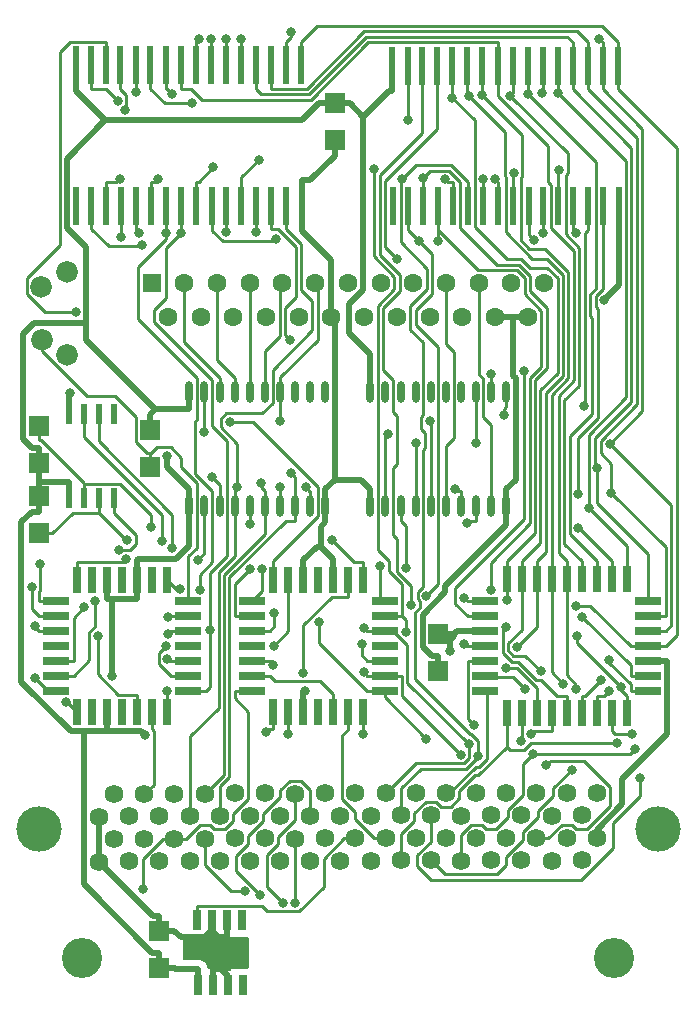
<source format=gbr>
%TF.GenerationSoftware,KiCad,Pcbnew,(6.0.2)*%
%TF.CreationDate,2022-05-20T20:38:17-05:00*%
%TF.ProjectId,REF1326_Optimized,52454631-3332-4365-9f4f-7074696d697a,rev?*%
%TF.SameCoordinates,Original*%
%TF.FileFunction,Copper,L1,Top*%
%TF.FilePolarity,Positive*%
%FSLAX46Y46*%
G04 Gerber Fmt 4.6, Leading zero omitted, Abs format (unit mm)*
G04 Created by KiCad (PCBNEW (6.0.2)) date 2022-05-20 20:38:17*
%MOMM*%
%LPD*%
G01*
G04 APERTURE LIST*
%TA.AperFunction,ComponentPad*%
%ADD10R,1.600000X1.600000*%
%TD*%
%TA.AperFunction,ComponentPad*%
%ADD11C,1.600000*%
%TD*%
%TA.AperFunction,SMDPad,CuDef*%
%ADD12R,0.600000X3.330000*%
%TD*%
%TA.AperFunction,SMDPad,CuDef*%
%ADD13R,1.670000X1.670000*%
%TD*%
%TA.AperFunction,ComponentPad*%
%ADD14C,1.830000*%
%TD*%
%TA.AperFunction,ComponentPad*%
%ADD15C,1.590000*%
%TD*%
%TA.AperFunction,ComponentPad*%
%ADD16C,3.850000*%
%TD*%
%TA.AperFunction,SMDPad,CuDef*%
%ADD17R,0.650000X2.300000*%
%TD*%
%TA.AperFunction,SMDPad,CuDef*%
%ADD18R,2.300000X0.650000*%
%TD*%
%TA.AperFunction,SMDPad,CuDef*%
%ADD19O,0.600000X1.865000*%
%TD*%
%TA.AperFunction,SMDPad,CuDef*%
%ADD20R,0.600000X1.790000*%
%TD*%
%TA.AperFunction,SMDPad,CuDef*%
%ADD21R,0.800000X1.790000*%
%TD*%
%TA.AperFunction,ViaPad*%
%ADD22C,3.400000*%
%TD*%
%TA.AperFunction,ViaPad*%
%ADD23C,0.800000*%
%TD*%
%TA.AperFunction,Conductor*%
%ADD24C,0.250000*%
%TD*%
%TA.AperFunction,Conductor*%
%ADD25C,0.550000*%
%TD*%
G04 APERTURE END LIST*
D10*
%TO.P,Z2,1,1*%
%TO.N,unconnected-(Z2-Pad1)*%
X127696000Y-75323000D03*
D11*
%TO.P,Z2,2,2*%
%TO.N,/Wire_21*%
X130466000Y-75323000D03*
%TO.P,Z2,3,3*%
%TO.N,/Wire_20*%
X133236000Y-75323000D03*
%TO.P,Z2,4,4*%
%TO.N,/Wire_19*%
X136006000Y-75323000D03*
%TO.P,Z2,5,5*%
%TO.N,/Wire_18*%
X138776000Y-75323000D03*
%TO.P,Z2,6,6*%
%TO.N,/Wire_1*%
X141546000Y-75323000D03*
%TO.P,Z2,7,7*%
%TO.N,unconnected-(Z2-Pad7)*%
X144316000Y-75323000D03*
%TO.P,Z2,8,8*%
%TO.N,unconnected-(Z2-Pad8)*%
X147086000Y-75323000D03*
%TO.P,Z2,9,9*%
%TO.N,unconnected-(Z2-Pad9)*%
X149856000Y-75323000D03*
%TO.P,Z2,10,10*%
%TO.N,/Wire_24*%
X152626000Y-75323000D03*
%TO.P,Z2,11,11*%
%TO.N,/Wire_25*%
X155396000Y-75323000D03*
%TO.P,Z2,12,12*%
%TO.N,/Wire_23*%
X158166000Y-75323000D03*
%TO.P,Z2,13,13*%
%TO.N,/Wire_22*%
X160936000Y-75323000D03*
%TO.P,Z2,14,P14*%
%TO.N,unconnected-(Z2-Pad14)*%
X129081000Y-78163000D03*
%TO.P,Z2,15,P15*%
%TO.N,/Wire_26*%
X131851000Y-78163000D03*
%TO.P,Z2,16,P16*%
%TO.N,/Wire_9*%
X134621000Y-78163000D03*
%TO.P,Z2,17,P17*%
%TO.N,unconnected-(Z2-Pad17)*%
X137391000Y-78163000D03*
%TO.P,Z2,18,P18*%
%TO.N,/GND*%
X140161000Y-78163000D03*
%TO.P,Z2,19,P19*%
X142931000Y-78163000D03*
%TO.P,Z2,20,P20*%
X145701000Y-78163000D03*
%TO.P,Z2,21,P21*%
X148471000Y-78163000D03*
%TO.P,Z2,22,P22*%
X151241000Y-78163000D03*
%TO.P,Z2,23,P23*%
X154011000Y-78163000D03*
%TO.P,Z2,24,P24*%
X156781000Y-78163000D03*
%TO.P,Z2,25,P25*%
X159551000Y-78163000D03*
%TD*%
D12*
%TO.P,U1,1,NC*%
%TO.N,unconnected-(U1-Pad1)*%
X121296000Y-68735000D03*
%TO.P,U1,2,A16*%
%TO.N,/Parallel_13*%
X122608000Y-68735000D03*
%TO.P,U1,3,A14*%
%TO.N,/Parallel_22*%
X123836000Y-68735000D03*
%TO.P,U1,4,A12*%
%TO.N,/Parallel_12*%
X125109000Y-68735000D03*
%TO.P,U1,5,A7*%
%TO.N,/Parallel_58*%
X126373000Y-68735000D03*
%TO.P,U1,6,A6*%
%TO.N,/Parallel_24*%
X127646000Y-68735000D03*
%TO.P,U1,7,A5*%
%TO.N,/Parallel_44*%
X128913000Y-68735000D03*
%TO.P,U1,8,A4*%
%TO.N,/Parallel_10*%
X130225000Y-68735000D03*
%TO.P,U1,9,A3*%
%TO.N,/Parallel_61*%
X131497000Y-68735000D03*
%TO.P,U1,10,A2*%
%TO.N,/Parallel_27*%
X132809000Y-68740000D03*
%TO.P,U1,11,A1*%
%TO.N,/Parallel_41*%
X134037000Y-68735000D03*
%TO.P,U1,12,A0*%
%TO.N,/Parallel_7*%
X135310000Y-68735000D03*
%TO.P,U1,13,I/O1*%
%TO.N,/Parallel_3*%
X136580000Y-68735000D03*
%TO.P,U1,14,I/O2*%
%TO.N,/Parallel_37*%
X137847000Y-68735000D03*
%TO.P,U1,15,I/O3*%
%TO.N,/Parallel_31*%
X139120000Y-68740000D03*
%TO.P,U1,16,GND*%
%TO.N,/GND*%
X140426000Y-68735000D03*
%TO.P,U1,17,I/O4*%
%TO.N,/Parallel_65*%
X140387000Y-56872000D03*
%TO.P,U1,18,I/O5*%
%TO.N,/Parallel_4*%
X139081000Y-56872000D03*
%TO.P,U1,19,I/O6*%
%TO.N,/Parallel_38*%
X137808000Y-56866000D03*
%TO.P,U1,20,I/O7*%
%TO.N,/Parallel_30*%
X136541000Y-56872000D03*
%TO.P,U1,21,I/O8*%
%TO.N,/Parallel_64*%
X135268000Y-56872000D03*
%TO.P,U1,22,~{CE1}*%
%TO.N,/Wire_8*%
X133995000Y-56872000D03*
%TO.P,U1,23,A10*%
%TO.N,/Parallel_23*%
X132767000Y-56872000D03*
%TO.P,U1,24,~{OE}*%
%TO.N,/Wire_4*%
X131460000Y-56866000D03*
%TO.P,U1,25,A11*%
%TO.N,/Parallel_57*%
X130187000Y-56872000D03*
%TO.P,U1,26,A9*%
%TO.N,/Parallel_45*%
X128881000Y-56872000D03*
%TO.P,U1,27,A8*%
%TO.N,/Parallel_11*%
X127608000Y-56872000D03*
%TO.P,U1,28,A13*%
%TO.N,/Parallel_46*%
X126341000Y-56872000D03*
%TO.P,U1,29,R/W*%
%TO.N,/Wire_3*%
X125067000Y-56872000D03*
%TO.P,U1,30,CE2*%
%TO.N,/Wire_13*%
X123800000Y-56872000D03*
%TO.P,U1,31,A15*%
%TO.N,/Parallel_56*%
X122566000Y-56872000D03*
%TO.P,U1,32,VDD*%
%TO.N,/VCC*%
X121260000Y-56872000D03*
%TD*%
D13*
%TO.P,R1,1*%
%TO.N,/Wire_12*%
X118129000Y-87428000D03*
%TO.P,R1,2*%
%TO.N,/VCC*%
X118129000Y-90568000D03*
%TD*%
D14*
%TO.P,Z1,1,1*%
%TO.N,/GND*%
X120549000Y-81397000D03*
%TO.P,Z1,2,2*%
%TO.N,/Wire_2*%
X118406000Y-80124000D03*
%TO.P,Z1,3,3*%
%TO.N,/GND*%
X118366000Y-75673000D03*
%TO.P,Z1,4,4*%
X120549000Y-74367000D03*
%TD*%
D15*
%TO.P,Z3,1*%
%TO.N,/Parallel_1*%
X124555000Y-118591000D03*
%TO.P,Z3,2*%
%TO.N,/Parallel_2*%
X127091000Y-118550000D03*
%TO.P,Z3,3*%
%TO.N,/Parallel_3*%
X129634300Y-118550000D03*
%TO.P,Z3,4*%
%TO.N,/Parallel_4*%
X132213000Y-118549000D03*
%TO.P,Z3,5*%
%TO.N,/Parallel_5*%
X134751000Y-118510300D03*
%TO.P,Z3,6*%
%TO.N,/Parallel_6*%
X137291000Y-118510300D03*
%TO.P,Z3,7*%
%TO.N,/Parallel_7*%
X139873700Y-118550000D03*
%TO.P,Z3,8*%
%TO.N,/Parallel_8*%
X142410000Y-118511000D03*
%TO.P,Z3,9*%
%TO.N,/Parallel_9*%
X144953000Y-118512000D03*
%TO.P,Z3,10*%
%TO.N,/Parallel_10*%
X147530000Y-118507000D03*
%TO.P,Z3,11*%
%TO.N,/Parallel_11*%
X150070000Y-118470000D03*
%TO.P,Z3,12*%
%TO.N,/Parallel_12*%
X152614000Y-118471000D03*
%TO.P,Z3,13*%
%TO.N,/Parallel_13*%
X155193100Y-118508000D03*
%TO.P,Z3,14*%
%TO.N,/Parallel_14*%
X157732000Y-118470000D03*
%TO.P,Z3,15*%
%TO.N,/Parallel_15*%
X160272000Y-118469000D03*
%TO.P,Z3,16*%
%TO.N,/Parallel_16*%
X162851000Y-118511000D03*
%TO.P,Z3,17*%
%TO.N,/Parallel_17*%
X165392800Y-118470600D03*
%TO.P,Z3,18*%
%TO.N,/Parallel_18*%
X164122800Y-120375600D03*
%TO.P,Z3,19*%
%TO.N,/Parallel_19*%
X161582000Y-120415000D03*
%TO.P,Z3,20*%
%TO.N,/Parallel_20*%
X159003100Y-120375600D03*
%TO.P,Z3,21*%
%TO.N,/Parallel_21*%
X156463100Y-120375600D03*
%TO.P,Z3,22*%
%TO.N,/Parallel_22*%
X153921000Y-120416000D03*
%TO.P,Z3,23*%
%TO.N,/Parallel_23*%
X151341000Y-120375000D03*
%TO.P,Z3,24*%
%TO.N,/Parallel_24*%
X148805000Y-120376000D03*
%TO.P,Z3,25*%
%TO.N,/Parallel_25*%
X146263400Y-120415300D03*
%TO.P,Z3,26*%
%TO.N,/Parallel_26*%
X143683700Y-120415300D03*
%TO.P,Z3,27*%
%TO.N,/Parallel_27*%
X141143700Y-120411000D03*
%TO.P,Z3,28*%
%TO.N,/Parallel_28*%
X138603000Y-120454000D03*
%TO.P,Z3,29*%
%TO.N,/Parallel_29*%
X136021000Y-120415000D03*
%TO.P,Z3,30*%
%TO.N,/Parallel_30*%
X133484000Y-120414000D03*
%TO.P,Z3,31*%
%TO.N,/Parallel_31*%
X130943000Y-120452000D03*
%TO.P,Z3,32*%
%TO.N,/Parallel_32*%
X128362000Y-120455000D03*
%TO.P,Z3,33*%
%TO.N,/Parallel_33*%
X125821000Y-120454000D03*
%TO.P,Z3,34*%
%TO.N,/GND*%
X123284300Y-120494600D03*
%TO.P,Z3,35*%
%TO.N,/Parallel_35*%
X124554300Y-122399600D03*
%TO.P,Z3,36*%
%TO.N,/Parallel_36*%
X127094300Y-122360000D03*
%TO.P,Z3,37*%
%TO.N,/Parallel_37*%
X129633000Y-122360000D03*
%TO.P,Z3,38*%
%TO.N,/Parallel_38*%
X132215000Y-122361000D03*
%TO.P,Z3,39*%
%TO.N,/Parallel_39*%
X134754000Y-122317000D03*
%TO.P,Z3,40*%
%TO.N,/Parallel_40*%
X137294000Y-122320300D03*
%TO.P,Z3,41*%
%TO.N,/Parallel_41*%
X139873700Y-122360000D03*
%TO.P,Z3,42*%
%TO.N,/Parallel_42*%
X142412000Y-122320000D03*
%TO.P,Z3,43*%
%TO.N,/Parallel_43*%
X144954000Y-122318000D03*
%TO.P,Z3,44*%
%TO.N,/Parallel_44*%
X147530000Y-122318000D03*
%TO.P,Z3,45*%
%TO.N,/Parallel_45*%
X150073400Y-122280600D03*
%TO.P,Z3,46*%
%TO.N,/Parallel_46*%
X152613000Y-122278000D03*
%TO.P,Z3,47*%
%TO.N,/Parallel_47*%
X155194000Y-122318000D03*
%TO.P,Z3,48*%
%TO.N,/Parallel_48*%
X157730000Y-122281000D03*
%TO.P,Z3,49*%
%TO.N,/Parallel_49*%
X160271000Y-122281000D03*
%TO.P,Z3,50*%
%TO.N,/Parallel_50*%
X162852000Y-122317000D03*
%TO.P,Z3,51*%
%TO.N,/GND*%
X165392800Y-122280600D03*
%TO.P,Z3,52*%
%TO.N,/Parallel_52*%
X164122800Y-124185600D03*
%TO.P,Z3,53*%
%TO.N,/Parallel_53*%
X161580000Y-124226000D03*
%TO.P,Z3,54*%
%TO.N,/Parallel_54*%
X159002000Y-124183000D03*
%TO.P,Z3,55*%
%TO.N,/Parallel_55*%
X156463100Y-124185600D03*
%TO.P,Z3,56*%
%TO.N,/Parallel_56*%
X153924000Y-124224000D03*
%TO.P,Z3,57*%
%TO.N,/Parallel_57*%
X151342000Y-124185000D03*
%TO.P,Z3,58*%
%TO.N,/Parallel_58*%
X148803400Y-124185600D03*
%TO.P,Z3,59*%
%TO.N,/Parallel_59*%
X146264000Y-124223000D03*
%TO.P,Z3,60*%
%TO.N,/Parallel_60*%
X143683000Y-124222000D03*
%TO.P,Z3,61*%
%TO.N,/Parallel_61*%
X141144000Y-124224000D03*
%TO.P,Z3,62*%
%TO.N,/Parallel_62*%
X138605000Y-124265000D03*
%TO.P,Z3,63*%
%TO.N,/Parallel_63*%
X136022000Y-124224000D03*
%TO.P,Z3,64*%
%TO.N,/Parallel_64*%
X133483000Y-124224000D03*
%TO.P,Z3,65*%
%TO.N,/Parallel_65*%
X130944000Y-124265000D03*
%TO.P,Z3,66*%
%TO.N,/Parallel_66*%
X128361000Y-124264000D03*
%TO.P,Z3,67*%
%TO.N,/Parallel_67*%
X125824000Y-124263000D03*
%TO.P,Z3,68*%
%TO.N,/GND*%
X123283000Y-124304600D03*
D16*
%TO.P,Z3,69*%
%TO.N,N/C*%
X118197000Y-121483000D03*
%TO.P,Z3,70*%
X170552000Y-121485000D03*
%TD*%
D17*
%TO.P,U6,1,NC*%
%TO.N,unconnected-(U6-Pad1)*%
X125227000Y-111611000D03*
%TO.P,U6,2,CLK/I_0*%
%TO.N,/Wire_1*%
X126492000Y-111611000D03*
%TO.P,U6,3,I_1*%
%TO.N,/Parallel_2*%
X127763000Y-111610000D03*
%TO.P,U6,4,I_2*%
%TO.N,/Parallel_21*%
X129034000Y-111616000D03*
D18*
%TO.P,U6,5,I_3*%
%TO.N,/Parallel_10*%
X130823000Y-109821000D03*
%TO.P,U6,6,I_4*%
%TO.N,/Parallel_15*%
X130824000Y-108549000D03*
%TO.P,U6,7,I_5*%
%TO.N,/Parallel_61*%
X130821000Y-107282000D03*
%TO.P,U6,8,NC*%
%TO.N,unconnected-(U6-Pad8)*%
X130820000Y-106009000D03*
%TO.P,U6,9,I_6*%
%TO.N,/Parallel_49*%
X130824000Y-104739000D03*
%TO.P,U6,10,I_7*%
%TO.N,/Parallel_47*%
X130821000Y-103468000D03*
%TO.P,U6,11,I_8*%
%TO.N,/Wire_2*%
X130823000Y-102202000D03*
D17*
%TO.P,U6,12,I_9*%
%TO.N,/Parallel_44*%
X129036000Y-100409000D03*
%TO.P,U6,13,I_10*%
%TO.N,unconnected-(U6-Pad13)*%
X127762000Y-100410000D03*
%TO.P,U6,14,GND*%
%TO.N,/GND*%
X126492000Y-100410000D03*
%TO.P,U6,15,NC*%
%TO.N,unconnected-(U6-Pad15)*%
X125220000Y-100410000D03*
%TO.P,U6,16,OE/I_11*%
%TO.N,/GND*%
X123955000Y-100407000D03*
%TO.P,U6,17,I_12*%
%TO.N,unconnected-(U6-Pad17)*%
X122685000Y-100410000D03*
%TO.P,U6,18,I/O_0*%
%TO.N,/Parallel_3*%
X121414000Y-100407000D03*
D18*
%TO.P,U6,19,I/O_1*%
%TO.N,/Wire_3*%
X119623000Y-102200000D03*
%TO.P,U6,20,I/O_2*%
%TO.N,/Wire_4*%
X119622000Y-103466000D03*
%TO.P,U6,21,I/O_3*%
%TO.N,/Wire_5*%
X119622000Y-104741000D03*
%TO.P,U6,22,NC*%
%TO.N,unconnected-(U6-Pad22)*%
X119621000Y-106013000D03*
%TO.P,U6,23,I/O_4*%
%TO.N,/Wire_6*%
X119627000Y-107281000D03*
%TO.P,U6,24,I/O_5*%
%TO.N,/Wire_7*%
X119620000Y-108550000D03*
%TO.P,U6,25,I/O_6*%
%TO.N,/Wire_8*%
X119618000Y-109820000D03*
D17*
%TO.P,U6,26,I/O_7*%
%TO.N,/Wire_9*%
X121410000Y-111609000D03*
%TO.P,U6,27,I_13*%
%TO.N,unconnected-(U6-Pad27)*%
X122682000Y-111613000D03*
%TO.P,U6,28,VCC*%
%TO.N,/VCC*%
X123955000Y-111608000D03*
%TD*%
D12*
%TO.P,U2,1,NC*%
%TO.N,unconnected-(U2-Pad1)*%
X148114000Y-68776000D03*
%TO.P,U2,2,A16*%
%TO.N,/Parallel_13*%
X149426000Y-68776000D03*
%TO.P,U2,3,A14*%
%TO.N,/Parallel_22*%
X150654000Y-68776000D03*
%TO.P,U2,4,A12*%
%TO.N,/Parallel_12*%
X151927000Y-68776000D03*
%TO.P,U2,5,A7*%
%TO.N,/Parallel_58*%
X153191000Y-68776000D03*
%TO.P,U2,6,A6*%
%TO.N,/Parallel_24*%
X154464000Y-68776000D03*
%TO.P,U2,7,A5*%
%TO.N,/Parallel_44*%
X155731000Y-68776000D03*
%TO.P,U2,8,A4*%
%TO.N,/Parallel_10*%
X157043000Y-68776000D03*
%TO.P,U2,9,A3*%
%TO.N,/Parallel_61*%
X158315000Y-68776000D03*
%TO.P,U2,10,A2*%
%TO.N,/Parallel_27*%
X159627000Y-68781000D03*
%TO.P,U2,11,A1*%
%TO.N,/Parallel_41*%
X160855000Y-68776000D03*
%TO.P,U2,12,A0*%
%TO.N,/Parallel_7*%
X162128000Y-68776000D03*
%TO.P,U2,13,I/O1*%
%TO.N,/Parallel_3*%
X163398000Y-68776000D03*
%TO.P,U2,14,I/O2*%
%TO.N,/Parallel_37*%
X164665000Y-68776000D03*
%TO.P,U2,15,I/O3*%
%TO.N,/Parallel_31*%
X165938000Y-68781000D03*
%TO.P,U2,16,GND*%
%TO.N,/GND*%
X167244000Y-68776000D03*
%TO.P,U2,17,I/O4*%
%TO.N,/Parallel_65*%
X167205000Y-56913000D03*
%TO.P,U2,18,I/O5*%
%TO.N,/Parallel_4*%
X165899000Y-56913000D03*
%TO.P,U2,19,I/O6*%
%TO.N,/Parallel_38*%
X164626000Y-56907000D03*
%TO.P,U2,20,I/O7*%
%TO.N,/Parallel_30*%
X163359000Y-56913000D03*
%TO.P,U2,21,I/O8*%
%TO.N,/Parallel_64*%
X162086000Y-56913000D03*
%TO.P,U2,22,~{CE1}*%
%TO.N,/Wire_8*%
X160813000Y-56913000D03*
%TO.P,U2,23,A10*%
%TO.N,/Parallel_23*%
X159585000Y-56913000D03*
%TO.P,U2,24,~{OE}*%
%TO.N,/Wire_4*%
X158278000Y-56907000D03*
%TO.P,U2,25,A11*%
%TO.N,/Parallel_57*%
X157005000Y-56913000D03*
%TO.P,U2,26,A9*%
%TO.N,/Parallel_45*%
X155699000Y-56913000D03*
%TO.P,U2,27,A8*%
%TO.N,/Parallel_11*%
X154426000Y-56913000D03*
%TO.P,U2,28,A13*%
%TO.N,/Parallel_46*%
X153159000Y-56913000D03*
%TO.P,U2,29,R/W*%
%TO.N,/Wire_3*%
X151885000Y-56913000D03*
%TO.P,U2,30,CE2*%
%TO.N,/Wire_16*%
X150618000Y-56913000D03*
%TO.P,U2,31,A15*%
%TO.N,/Parallel_56*%
X149384000Y-56913000D03*
%TO.P,U2,32,VDD*%
%TO.N,/VCC*%
X148078000Y-56913000D03*
%TD*%
D17*
%TO.P,U7,1,NC*%
%TO.N,unconnected-(U7-Pad1)*%
X141831000Y-111607000D03*
%TO.P,U7,2,CLK/I_0*%
%TO.N,/Wire_10*%
X143096000Y-111607000D03*
%TO.P,U7,3,I_1*%
%TO.N,/Parallel_44*%
X144367000Y-111606000D03*
%TO.P,U7,4,I_2*%
%TO.N,/Parallel_65*%
X145638000Y-111612000D03*
D18*
%TO.P,U7,5,I_3*%
%TO.N,/Parallel_47*%
X147427000Y-109817000D03*
%TO.P,U7,6,I_4*%
%TO.N,/Parallel_21*%
X147428000Y-108545000D03*
%TO.P,U7,7,I_5*%
%TO.N,/Parallel_49*%
X147425000Y-107278000D03*
%TO.P,U7,8,NC*%
%TO.N,unconnected-(U7-Pad8)*%
X147424000Y-106005000D03*
%TO.P,U7,9,I_6*%
%TO.N,/Parallel_10*%
X147428000Y-104735000D03*
%TO.P,U7,10,I_7*%
%TO.N,/Parallel_61*%
X147425000Y-103464000D03*
%TO.P,U7,11,I_8*%
%TO.N,/Wire_11*%
X147427000Y-102198000D03*
D17*
%TO.P,U7,12,I_9*%
%TO.N,/Wire_12*%
X145640000Y-100405000D03*
%TO.P,U7,13,I_10*%
%TO.N,/Parallel_2*%
X144366000Y-100406000D03*
%TO.P,U7,14,GND*%
%TO.N,/GND*%
X143096000Y-100406000D03*
%TO.P,U7,15,NC*%
%TO.N,unconnected-(U7-Pad15)*%
X141824000Y-100406000D03*
%TO.P,U7,16,OE/I_11*%
%TO.N,/GND*%
X140559000Y-100403000D03*
%TO.P,U7,17,I_12*%
%TO.N,/Parallel_15*%
X139289000Y-100406000D03*
%TO.P,U7,18,I/O_0*%
%TO.N,/Wire_13*%
X138018000Y-100403000D03*
D18*
%TO.P,U7,19,I/O_1*%
%TO.N,/Wire_14*%
X136227000Y-102196000D03*
%TO.P,U7,20,I/O_2*%
%TO.N,/Wire_15*%
X136226000Y-103462000D03*
%TO.P,U7,21,I/O_3*%
%TO.N,/Wire_16*%
X136226000Y-104737000D03*
%TO.P,U7,22,NC*%
%TO.N,unconnected-(U7-Pad22)*%
X136225000Y-106009000D03*
%TO.P,U7,23,I/O_4*%
%TO.N,/Wire_17*%
X136231000Y-107277000D03*
%TO.P,U7,24,I/O_5*%
%TO.N,/Wire_10*%
X136224000Y-108546000D03*
%TO.P,U7,25,I/O_6*%
%TO.N,/Parallel_37*%
X136222000Y-109816000D03*
D17*
%TO.P,U7,26,I/O_7*%
%TO.N,/Parallel_3*%
X138014000Y-111605000D03*
%TO.P,U7,27,I_13*%
%TO.N,/Parallel_31*%
X139286000Y-111609000D03*
%TO.P,U7,28,VCC*%
%TO.N,/VCC*%
X140559000Y-111604000D03*
%TD*%
D13*
%TO.P,C3,1*%
%TO.N,/GND*%
X128330000Y-130169000D03*
%TO.P,C3,2*%
%TO.N,/VCC*%
X128339000Y-133300000D03*
%TD*%
%TO.P,R3,1*%
%TO.N,/VCC*%
X118128000Y-93346000D03*
%TO.P,R3,2*%
%TO.N,/Wire_11*%
X118128000Y-96486000D03*
%TD*%
D18*
%TO.P,U9,1,A18*%
%TO.N,/Wire_17*%
X155946000Y-106037000D03*
%TO.P,U9,2,A16*%
%TO.N,/Parallel_13*%
X155944000Y-107309000D03*
%TO.P,U9,3,A15*%
%TO.N,/Parallel_56*%
X155945000Y-108578000D03*
%TO.P,U9,4,A12*%
%TO.N,/Parallel_12*%
X155945000Y-109848000D03*
D17*
%TO.P,U9,5,A7*%
%TO.N,/Parallel_58*%
X157766000Y-111738000D03*
%TO.P,U9,6,A6*%
%TO.N,/Parallel_24*%
X159035000Y-111738000D03*
%TO.P,U9,7,A5*%
%TO.N,/Parallel_44*%
X160306000Y-111736000D03*
%TO.P,U9,8,A4*%
%TO.N,/Parallel_10*%
X161576000Y-111737000D03*
%TO.P,U9,9,A3*%
%TO.N,/Parallel_61*%
X162842000Y-111738000D03*
%TO.P,U9,10,A2*%
%TO.N,/Parallel_27*%
X164115000Y-111739000D03*
%TO.P,U9,11,A1*%
%TO.N,/Parallel_41*%
X165386000Y-111737000D03*
%TO.P,U9,12,A0*%
%TO.N,/Parallel_7*%
X166653000Y-111739000D03*
%TO.P,U9,13,DQ0*%
%TO.N,/Parallel_3*%
X167923000Y-111736000D03*
D18*
%TO.P,U9,14,DQ1*%
%TO.N,/Parallel_37*%
X169747000Y-109845000D03*
%TO.P,U9,15,DQ2*%
%TO.N,/Parallel_31*%
X169744000Y-108576000D03*
%TO.P,U9,16,GND*%
%TO.N,/GND*%
X169748000Y-107307000D03*
%TO.P,U9,17,DQ3*%
%TO.N,/Parallel_65*%
X169747000Y-106038000D03*
%TO.P,U9,18,DQ4*%
%TO.N,/Parallel_4*%
X169747000Y-104770000D03*
%TO.P,U9,19,DQ5*%
%TO.N,/Parallel_38*%
X169748000Y-103497000D03*
%TO.P,U9,20,DQ6*%
%TO.N,/Parallel_30*%
X169747000Y-102226000D03*
D17*
%TO.P,U9,21,DQ7*%
%TO.N,/Parallel_64*%
X167929000Y-100336000D03*
%TO.P,U9,22,CE#*%
%TO.N,/Wire_7*%
X166653000Y-100336000D03*
%TO.P,U9,23,A10*%
%TO.N,/Parallel_23*%
X165388000Y-100336000D03*
%TO.P,U9,24,OE#*%
%TO.N,/Wire_4*%
X164112000Y-100340000D03*
%TO.P,U9,25,A11*%
%TO.N,/Parallel_57*%
X162848000Y-100335000D03*
%TO.P,U9,26,A9*%
%TO.N,/Parallel_45*%
X161575000Y-100342000D03*
%TO.P,U9,27,A8*%
%TO.N,/Parallel_11*%
X160307000Y-100341000D03*
%TO.P,U9,28,A13*%
%TO.N,/Parallel_46*%
X159035000Y-100341000D03*
%TO.P,U9,29,A14*%
%TO.N,/Parallel_22*%
X157764000Y-100340000D03*
D18*
%TO.P,U9,30,A17*%
%TO.N,/Parallel_47*%
X155948000Y-102228000D03*
%TO.P,U9,31,WE#*%
%TO.N,/Wire_3*%
X155948000Y-103496000D03*
%TO.P,U9,32,VCC*%
%TO.N,/VCC*%
X155943000Y-104768000D03*
%TD*%
D13*
%TO.P,C1,1*%
%TO.N,/VCC*%
X143202000Y-60091000D03*
%TO.P,C1,2*%
%TO.N,/GND*%
X143211000Y-63222000D03*
%TD*%
%TO.P,C2,1*%
%TO.N,/VCC*%
X151975000Y-105013000D03*
%TO.P,C2,2*%
%TO.N,/GND*%
X151984000Y-108144000D03*
%TD*%
D19*
%TO.P,U4,1,A->B*%
%TO.N,/GND*%
X130898000Y-94164000D03*
%TO.P,U4,2,A0*%
%TO.N,/Parallel_3*%
X132178000Y-94164000D03*
%TO.P,U4,3,A1*%
%TO.N,/Parallel_37*%
X133458000Y-94164000D03*
%TO.P,U4,4,A2*%
%TO.N,/Parallel_31*%
X134738000Y-94164000D03*
%TO.P,U4,5,A3*%
%TO.N,/Parallel_65*%
X136018000Y-94164000D03*
%TO.P,U4,6,A4*%
%TO.N,/Parallel_4*%
X137298000Y-94164000D03*
%TO.P,U4,7,A5*%
%TO.N,/Parallel_38*%
X138578000Y-94164000D03*
%TO.P,U4,8,A6*%
%TO.N,/Parallel_30*%
X139858000Y-94164000D03*
%TO.P,U4,9,A7*%
%TO.N,/Parallel_64*%
X141138000Y-94164000D03*
%TO.P,U4,10,GND*%
%TO.N,/GND*%
X142418000Y-94164000D03*
%TO.P,U4,11,B7*%
%TO.N,unconnected-(U4-Pad11)*%
X142418000Y-84564000D03*
%TO.P,U4,12,B6*%
%TO.N,unconnected-(U4-Pad12)*%
X141138000Y-84564000D03*
%TO.P,U4,13,B5*%
%TO.N,unconnected-(U4-Pad13)*%
X139858000Y-84564000D03*
%TO.P,U4,14,B4*%
%TO.N,/Wire_1*%
X138578000Y-84564000D03*
%TO.P,U4,15,B3*%
%TO.N,/Wire_18*%
X137298000Y-84564000D03*
%TO.P,U4,16,B2*%
%TO.N,/Wire_19*%
X136018000Y-84564000D03*
%TO.P,U4,17,B1*%
%TO.N,/Wire_20*%
X134738000Y-84564000D03*
%TO.P,U4,18,B0*%
%TO.N,/Wire_21*%
X133458000Y-84564000D03*
%TO.P,U4,19,CE*%
%TO.N,/Wire_5*%
X132178000Y-84564000D03*
%TO.P,U4,20,VCC*%
%TO.N,/VCC*%
X130898000Y-84564000D03*
%TD*%
%TO.P,U5,1,OE*%
%TO.N,/GND*%
X146216000Y-94148000D03*
%TO.P,U5,2,O0*%
%TO.N,/Wire_22*%
X147496000Y-94148000D03*
%TO.P,U5,3,D0*%
%TO.N,/Parallel_3*%
X148776000Y-94148000D03*
%TO.P,U5,4,D1*%
%TO.N,/Parallel_37*%
X150056000Y-94148000D03*
%TO.P,U5,5,O1*%
%TO.N,/Wire_23*%
X151336000Y-94148000D03*
%TO.P,U5,6,O2*%
%TO.N,/Wire_24*%
X152616000Y-94148000D03*
%TO.P,U5,7,D2*%
%TO.N,/Parallel_31*%
X153896000Y-94148000D03*
%TO.P,U5,8,D3*%
%TO.N,/Parallel_65*%
X155176000Y-94148000D03*
%TO.P,U5,9,O3*%
%TO.N,/Wire_25*%
X156456000Y-94148000D03*
%TO.P,U5,10,GND*%
%TO.N,/GND*%
X157736000Y-94148000D03*
%TO.P,U5,11,LE*%
%TO.N,/Wire_6*%
X157736000Y-84548000D03*
%TO.P,U5,12,O4*%
%TO.N,/Wire_26*%
X156456000Y-84548000D03*
%TO.P,U5,13,D4*%
%TO.N,/Parallel_4*%
X155176000Y-84548000D03*
%TO.P,U5,14,D5*%
%TO.N,unconnected-(U5-Pad14)*%
X153896000Y-84548000D03*
%TO.P,U5,15,O5*%
%TO.N,unconnected-(U5-Pad15)*%
X152616000Y-84548000D03*
%TO.P,U5,16,O6*%
%TO.N,unconnected-(U5-Pad16)*%
X151336000Y-84548000D03*
%TO.P,U5,17,D6*%
%TO.N,unconnected-(U5-Pad17)*%
X150056000Y-84548000D03*
%TO.P,U5,18,D7*%
%TO.N,unconnected-(U5-Pad18)*%
X148776000Y-84548000D03*
%TO.P,U5,19,O7*%
%TO.N,unconnected-(U5-Pad19)*%
X147496000Y-84548000D03*
%TO.P,U5,20,VCC*%
%TO.N,/VCC*%
X146216000Y-84548000D03*
%TD*%
D20*
%TO.P,U3,1,VDD*%
%TO.N,/VCC*%
X120715000Y-93538000D03*
%TO.P,U3,2,GP5*%
%TO.N,/Wire_12*%
X121988000Y-93538000D03*
%TO.P,U3,3,GP4*%
%TO.N,/Wire_11*%
X123255000Y-93538000D03*
%TO.P,U3,4,GP3*%
%TO.N,/Parallel_1*%
X124534000Y-93538000D03*
%TO.P,U3,5,GP2*%
%TO.N,unconnected-(U3-Pad5)*%
X124489000Y-86397000D03*
%TO.P,U3,6,GP1*%
%TO.N,/Wire_15*%
X123216000Y-86397000D03*
%TO.P,U3,7,GP0*%
%TO.N,/Wire_14*%
X121944000Y-86391000D03*
%TO.P,U3,8,VSS*%
%TO.N,/GND*%
X120676000Y-86386000D03*
%TD*%
D13*
%TO.P,R2,1*%
%TO.N,/VCC*%
X127540000Y-87749000D03*
%TO.P,R2,2*%
%TO.N,/Wire_2*%
X127540000Y-90889000D03*
%TD*%
D21*
%TO.P,U8,1,VOUT*%
%TO.N,/VCC*%
X131660000Y-134743000D03*
%TO.P,U8,2,GND_1*%
%TO.N,/GND*%
X132929000Y-134741000D03*
%TO.P,U8,3,GND_2*%
X134195000Y-134741000D03*
%TO.P,U8,4,NC_1*%
%TO.N,unconnected-(U8-Pad4)*%
X135469000Y-134742000D03*
%TO.P,U8,5,NC_2*%
%TO.N,unconnected-(U8-Pad5)*%
X135382000Y-129262000D03*
%TO.P,U8,6,GND_3*%
%TO.N,/GND*%
X134117000Y-129265000D03*
%TO.P,U8,7,GND_4*%
X132848000Y-129267000D03*
%TO.P,U8,8,VIN*%
%TO.N,/Parallel_43*%
X131580000Y-129266000D03*
%TD*%
D22*
%TO.N,*%
X166831000Y-132439000D03*
X121785000Y-132440000D03*
D23*
%TO.N,/Wire_26*%
X156456000Y-83014500D03*
%TO.N,/Wire_22*%
X147744000Y-88119500D03*
%TO.N,/Wire_23*%
X151239000Y-86943900D03*
%TO.N,/Wire_9*%
X120453000Y-110762000D03*
%TO.N,/Wire_6*%
X121994000Y-102760000D03*
X157569000Y-86437700D03*
%TO.N,/Wire_5*%
X132130000Y-87914700D03*
X117864000Y-104346000D03*
%TO.N,/Wire_1*%
X123150000Y-105177000D03*
X138578000Y-86983100D03*
%TO.N,/Wire_14*%
X137045000Y-99480900D03*
X128575000Y-97125900D03*
%TO.N,/Wire_15*%
X136045000Y-99480900D03*
X129426000Y-97689900D03*
%TO.N,/Wire_11*%
X125627000Y-97069200D03*
X147073000Y-99233000D03*
%TO.N,/Wire_12*%
X142958000Y-97013200D03*
X127628000Y-95934800D03*
%TO.N,/Parallel_49*%
X129052000Y-105011000D03*
X145496000Y-105866000D03*
X161135000Y-116118000D03*
%TO.N,/Parallel_21*%
X129043000Y-109855000D03*
X153856000Y-115231000D03*
X145671000Y-108263000D03*
%TO.N,/Parallel_15*%
X128904000Y-106048000D03*
X138033000Y-106048000D03*
%TO.N,/Parallel_2*%
X140559000Y-108287000D03*
%TO.N,/Parallel_1*%
X124929000Y-97865700D03*
%TO.N,/Parallel_47*%
X154187000Y-101942000D03*
X129061000Y-103549000D03*
X141881000Y-103969000D03*
X150940000Y-113876000D03*
%TO.N,/Wire_7*%
X122870000Y-102179000D03*
X163822000Y-96060300D03*
%TO.N,/Wire_17*%
X154190000Y-105900000D03*
X137995000Y-107623000D03*
%TO.N,/Wire_16*%
X149660000Y-102531000D03*
X138081000Y-103261000D03*
%TO.N,/VCC*%
X127108000Y-113536000D03*
X152947000Y-106484000D03*
X140657000Y-109850000D03*
%TO.N,/Parallel_56*%
X124822000Y-59851400D03*
X168655000Y-114719000D03*
X149384000Y-61501800D03*
X160007000Y-115195000D03*
X159320000Y-109638000D03*
%TO.N,/Wire_13*%
X121260000Y-77763200D03*
X134310000Y-87069000D03*
%TO.N,/Wire_3*%
X125444000Y-60643900D03*
X148468000Y-73252400D03*
X118245000Y-99086800D03*
X159223000Y-82708500D03*
%TO.N,/Parallel_46*%
X153159000Y-59597400D03*
X160685000Y-108174000D03*
X126341000Y-59138200D03*
%TO.N,/Parallel_11*%
X131115000Y-60054500D03*
X158598000Y-106108000D03*
X154589000Y-59427200D03*
%TO.N,/Parallel_45*%
X162513000Y-109205000D03*
X155699000Y-59343400D03*
X129441000Y-59302100D03*
%TO.N,/Parallel_57*%
X163642000Y-109707000D03*
X163280000Y-116498000D03*
%TO.N,/Wire_4*%
X117552000Y-101003000D03*
X158042000Y-59437400D03*
X131739000Y-54597000D03*
%TO.N,/Parallel_23*%
X132767000Y-54595000D03*
X169053000Y-117221000D03*
X159530000Y-59263100D03*
%TO.N,/Wire_8*%
X117866000Y-108736000D03*
X160778000Y-59181600D03*
X133995000Y-54602500D03*
%TO.N,/Parallel_64*%
X162086000Y-59178800D03*
X140749000Y-92599200D03*
X164710000Y-94377800D03*
X135268000Y-54603800D03*
%TO.N,/Parallel_30*%
X139509000Y-91341100D03*
X165437000Y-90954400D03*
%TO.N,/Parallel_38*%
X166612000Y-93066300D03*
X135573000Y-126771000D03*
X138578000Y-92597600D03*
%TO.N,/Parallel_4*%
X139477000Y-54055000D03*
X136952000Y-92253300D03*
X166480000Y-88907000D03*
X165610000Y-54633700D03*
X155176000Y-88826600D03*
%TO.N,/Parallel_65*%
X136018000Y-95697300D03*
X154375000Y-95634500D03*
X163661000Y-102623000D03*
X145638000Y-113451000D03*
%TO.N,/Parallel_31*%
X134935000Y-92589500D03*
X163830000Y-93150200D03*
X153410000Y-92728000D03*
X139286000Y-113472000D03*
X164167000Y-103532000D03*
%TO.N,/Parallel_37*%
X164277000Y-85694900D03*
X126944000Y-126566000D03*
X166438000Y-107221000D03*
X139450000Y-80160100D03*
X150056000Y-88863900D03*
X132811000Y-91716900D03*
%TO.N,/Parallel_3*%
X136580000Y-71001000D03*
X167417000Y-109509000D03*
X149253000Y-99430600D03*
X125563000Y-98652900D03*
X137354000Y-113328000D03*
X163673000Y-71041500D03*
X131642000Y-98711800D03*
X163721000Y-105144000D03*
%TO.N,/Parallel_7*%
X138856000Y-127771000D03*
X162208000Y-65700800D03*
X168379000Y-113501000D03*
X136768000Y-64862800D03*
%TO.N,/Parallel_41*%
X134037000Y-71018600D03*
X139874000Y-127771000D03*
X166392000Y-109873000D03*
X160860000Y-71041800D03*
%TO.N,/Parallel_27*%
X165770000Y-108905000D03*
X160058000Y-71655200D03*
X138270000Y-71610900D03*
X136911000Y-127084000D03*
%TO.N,/Parallel_61*%
X158370000Y-65968500D03*
X157730000Y-104388000D03*
X132921000Y-65512600D03*
X129047000Y-107144000D03*
X146507000Y-65657800D03*
X149241000Y-104823000D03*
%TO.N,/Parallel_10*%
X159784000Y-113508000D03*
X132651000Y-104705000D03*
X154581000Y-114351000D03*
X156770000Y-66501300D03*
X130225000Y-71042500D03*
X145650000Y-104493000D03*
%TO.N,/Parallel_44*%
X157688000Y-107898000D03*
X155769000Y-66505900D03*
X130092000Y-101170000D03*
X128913000Y-71033600D03*
X131760000Y-101266000D03*
%TO.N,/Parallel_24*%
X158969000Y-114108000D03*
X148915000Y-66484800D03*
X128218000Y-66487700D03*
X155306000Y-115356000D03*
%TO.N,/Parallel_58*%
X167072000Y-114263000D03*
X126612000Y-71032000D03*
X152579000Y-66526100D03*
%TO.N,/Parallel_12*%
X125087000Y-71402400D03*
X156407000Y-101294000D03*
X151927000Y-71741400D03*
%TO.N,/Parallel_22*%
X150654000Y-66425700D03*
X124985000Y-66451900D03*
X157764000Y-102169000D03*
%TO.N,/Parallel_13*%
X150359000Y-71741400D03*
X150969000Y-101754000D03*
X126905000Y-72054700D03*
X155010000Y-112734000D03*
%TO.N,/GND*%
X166025000Y-76710400D03*
X129014000Y-89972600D03*
X124318000Y-108547000D03*
X120750900Y-84591600D03*
%TD*%
D24*
%TO.N,/Wire_26*%
X156456000Y-84548000D02*
X156456000Y-83014500D01*
%TO.N,/Wire_22*%
X147496000Y-88367000D02*
X147496000Y-94148000D01*
X147744000Y-88119500D02*
X147496000Y-88367000D01*
%TO.N,/Wire_23*%
X151336000Y-87041000D02*
X151239000Y-86943900D01*
X151336000Y-94148000D02*
X151336000Y-87041000D01*
%TO.N,/Wire_25*%
X155396000Y-82980300D02*
X155396000Y-75323000D01*
X155801000Y-83385700D02*
X155396000Y-82980300D01*
X155801000Y-86645900D02*
X155801000Y-83385700D01*
X156456000Y-87300500D02*
X155801000Y-86645900D01*
X156456000Y-94148000D02*
X156456000Y-87300500D01*
%TO.N,/Wire_24*%
X152616000Y-89093600D02*
X152616000Y-94148000D01*
X153271000Y-88439000D02*
X152616000Y-89093600D01*
X153271000Y-81124500D02*
X153271000Y-88439000D01*
X152626000Y-80479900D02*
X153271000Y-81124500D01*
X152626000Y-75323000D02*
X152626000Y-80479900D01*
%TO.N,/Wire_18*%
X137298000Y-81031400D02*
X137298000Y-84564000D01*
X138572000Y-79756900D02*
X137298000Y-81031400D01*
X138572000Y-75526500D02*
X138572000Y-79756900D01*
X138776000Y-75323000D02*
X138572000Y-75526500D01*
%TO.N,/Wire_19*%
X136006000Y-83294200D02*
X136006000Y-75323000D01*
X136018000Y-83306200D02*
X136006000Y-83294200D01*
X136018000Y-84564000D02*
X136018000Y-83306200D01*
%TO.N,/Wire_20*%
X134738000Y-83306200D02*
X134738000Y-84564000D01*
X133236000Y-81804200D02*
X134738000Y-83306200D01*
X133236000Y-75323000D02*
X133236000Y-81804200D01*
%TO.N,/Wire_21*%
X133458000Y-83305500D02*
X133458000Y-84564000D01*
X130466000Y-80313500D02*
X133458000Y-83305500D01*
X130466000Y-75323000D02*
X130466000Y-80313500D01*
%TO.N,/Wire_10*%
X143096000Y-110132000D02*
X143096000Y-111607000D01*
X141977000Y-109012000D02*
X143096000Y-110132000D01*
X138166000Y-109012000D02*
X141977000Y-109012000D01*
X137699000Y-108546000D02*
X138166000Y-109012000D01*
X136224000Y-108546000D02*
X137699000Y-108546000D01*
%TO.N,/Wire_9*%
X120563000Y-110762000D02*
X120453000Y-110762000D01*
X121410000Y-111609000D02*
X120563000Y-110762000D01*
%TO.N,/Wire_6*%
X121102000Y-103652000D02*
X121994000Y-102760000D01*
X121102000Y-107281000D02*
X121102000Y-103652000D01*
X119627000Y-107281000D02*
X121102000Y-107281000D01*
X157569000Y-85973200D02*
X157569000Y-86437700D01*
X157736000Y-85805800D02*
X157569000Y-85973200D01*
X157736000Y-84548000D02*
X157736000Y-85805800D01*
%TO.N,/Wire_5*%
X132130000Y-85869400D02*
X132130000Y-87914700D01*
X132178000Y-85821800D02*
X132130000Y-85869400D01*
X132178000Y-84564000D02*
X132178000Y-85821800D01*
X117864000Y-104459000D02*
X117864000Y-104346000D01*
X118147000Y-104741000D02*
X117864000Y-104459000D01*
X119622000Y-104741000D02*
X118147000Y-104741000D01*
%TO.N,/Wire_2*%
X127540000Y-90889000D02*
X127540000Y-89753700D01*
X130823000Y-98445500D02*
X130823000Y-102202000D01*
X131538000Y-97730500D02*
X130823000Y-98445500D01*
X131538000Y-92236500D02*
X131538000Y-97730500D01*
X130206000Y-90904900D02*
X131538000Y-92236500D01*
X130206000Y-90070700D02*
X130206000Y-90904900D01*
X129311000Y-89175400D02*
X130206000Y-90070700D01*
X128118000Y-89175400D02*
X129311000Y-89175400D01*
X127540000Y-89753700D02*
X128118000Y-89175400D01*
X127540000Y-89728700D02*
X127540000Y-89753700D01*
X127322000Y-89728700D02*
X127540000Y-89728700D01*
X126380000Y-88786100D02*
X127322000Y-89728700D01*
X126380000Y-86601800D02*
X126380000Y-88786100D01*
X124640000Y-84862200D02*
X126380000Y-86601800D01*
X122225000Y-84862200D02*
X124640000Y-84862200D01*
X118406000Y-81043000D02*
X122225000Y-84862200D01*
X118406000Y-80124000D02*
X118406000Y-81043000D01*
%TO.N,/Wire_1*%
X123150000Y-108405000D02*
X123150000Y-105177000D01*
X124881000Y-110136000D02*
X123150000Y-108405000D01*
X126492000Y-110136000D02*
X124881000Y-110136000D01*
X126492000Y-111611000D02*
X126492000Y-110136000D01*
X138578000Y-84564000D02*
X138578000Y-86983100D01*
X138578000Y-83286100D02*
X138578000Y-84564000D01*
X141771000Y-80092800D02*
X138578000Y-83286100D01*
X141771000Y-75548300D02*
X141771000Y-80092800D01*
X141546000Y-75323000D02*
X141771000Y-75548300D01*
%TO.N,/Wire_14*%
X128575000Y-94942700D02*
X128575000Y-97125900D01*
X121944000Y-88312000D02*
X128575000Y-94942700D01*
X121944000Y-86391000D02*
X121944000Y-88312000D01*
X137045000Y-101378000D02*
X137045000Y-99480900D01*
X136227000Y-102196000D02*
X137045000Y-101378000D01*
%TO.N,/Wire_15*%
X129426000Y-94909200D02*
X129426000Y-97689900D01*
X123216000Y-88699700D02*
X129426000Y-94909200D01*
X123216000Y-86397000D02*
X123216000Y-88699700D01*
X134751000Y-100775000D02*
X136045000Y-99480900D01*
X134751000Y-103462000D02*
X134751000Y-100775000D01*
X136226000Y-103462000D02*
X134751000Y-103462000D01*
%TO.N,/Wire_11*%
X123255000Y-93538000D02*
X123255000Y-94758300D01*
X121016000Y-94758300D02*
X123255000Y-94758300D01*
X119288000Y-96486000D02*
X121016000Y-94758300D01*
X118128000Y-96486000D02*
X119288000Y-96486000D01*
X125566000Y-97069200D02*
X125627000Y-97069200D01*
X123255000Y-94758300D02*
X125566000Y-97069200D01*
X147073000Y-101844000D02*
X147073000Y-99233000D01*
X147427000Y-102198000D02*
X147073000Y-101844000D01*
%TO.N,/Wire_12*%
X121988000Y-93538000D02*
X121988000Y-92317600D01*
X145640000Y-98929700D02*
X145640000Y-100405000D01*
X144874000Y-98929700D02*
X145640000Y-98929700D01*
X142958000Y-97013200D02*
X144874000Y-98929700D01*
X127628000Y-94909400D02*
X127628000Y-95934800D01*
X125036000Y-92317600D02*
X127628000Y-94909400D01*
X121988000Y-92317600D02*
X125036000Y-92317600D01*
X118129000Y-88588300D02*
X118129000Y-87428000D01*
X118347000Y-88588300D02*
X118129000Y-88588300D01*
X121988000Y-92229700D02*
X118347000Y-88588300D01*
X121988000Y-92317600D02*
X121988000Y-92229700D01*
%TO.N,/Parallel_49*%
X129324000Y-104739000D02*
X129052000Y-105011000D01*
X130824000Y-104739000D02*
X129324000Y-104739000D01*
X145496000Y-106824000D02*
X145496000Y-105866000D01*
X145950000Y-107278000D02*
X145496000Y-106824000D01*
X147425000Y-107278000D02*
X145950000Y-107278000D01*
X161481000Y-115772000D02*
X161135000Y-116118000D01*
X164347000Y-115772000D02*
X161481000Y-115772000D01*
X166551000Y-117976000D02*
X164347000Y-115772000D01*
X166551000Y-119535000D02*
X166551000Y-117976000D01*
X164573000Y-121513000D02*
X166551000Y-119535000D01*
X163654000Y-121513000D02*
X164573000Y-121513000D01*
X163297000Y-121156000D02*
X163654000Y-121513000D01*
X162427000Y-121156000D02*
X163297000Y-121156000D01*
X161302000Y-122281000D02*
X162427000Y-121156000D01*
X160271000Y-122281000D02*
X161302000Y-122281000D01*
%TO.N,/Parallel_43*%
X144000000Y-122318000D02*
X144954000Y-122318000D01*
X142264000Y-124054000D02*
X144000000Y-122318000D01*
X142264000Y-126416000D02*
X142264000Y-124054000D01*
X140184000Y-128496000D02*
X142264000Y-126416000D01*
X137506000Y-128496000D02*
X140184000Y-128496000D01*
X137051000Y-128042000D02*
X137506000Y-128496000D01*
X131584000Y-128042000D02*
X137051000Y-128042000D01*
X131580000Y-128046000D02*
X131584000Y-128042000D01*
X131580000Y-129266000D02*
X131580000Y-128046000D01*
%TO.N,/Parallel_21*%
X129043000Y-110131000D02*
X129043000Y-109855000D01*
X129034000Y-110141000D02*
X129043000Y-110131000D01*
X129034000Y-111616000D02*
X129034000Y-110141000D01*
X145953000Y-108545000D02*
X147428000Y-108545000D01*
X145671000Y-108263000D02*
X145953000Y-108545000D01*
X148903000Y-110278000D02*
X153856000Y-115231000D01*
X148903000Y-108545000D02*
X148903000Y-110278000D01*
X147428000Y-108545000D02*
X148903000Y-108545000D01*
%TO.N,/Parallel_15*%
X128316000Y-106636000D02*
X128904000Y-106048000D01*
X128316000Y-107516000D02*
X128316000Y-106636000D01*
X129349000Y-108549000D02*
X128316000Y-107516000D01*
X130824000Y-108549000D02*
X129349000Y-108549000D01*
X139289000Y-104792000D02*
X139289000Y-100406000D01*
X138033000Y-106048000D02*
X139289000Y-104792000D01*
%TO.N,/Parallel_2*%
X127874000Y-117767000D02*
X127091000Y-118550000D01*
X127874000Y-113196000D02*
X127874000Y-117767000D01*
X127763000Y-113085000D02*
X127874000Y-113196000D01*
X127763000Y-111610000D02*
X127763000Y-113085000D01*
X140559000Y-104262000D02*
X140559000Y-108287000D01*
X142939000Y-101881000D02*
X140559000Y-104262000D01*
X144366000Y-101881000D02*
X142939000Y-101881000D01*
X144366000Y-100406000D02*
X144366000Y-101881000D01*
%TO.N,/Parallel_1*%
X125872000Y-97865700D02*
X124929000Y-97865700D01*
X126366000Y-97371600D02*
X125872000Y-97865700D01*
X126366000Y-96590500D02*
X126366000Y-97371600D01*
X124534000Y-94758300D02*
X126366000Y-96590500D01*
X124534000Y-93538000D02*
X124534000Y-94758300D01*
%TO.N,/Parallel_47*%
X145952000Y-109817000D02*
X147427000Y-109817000D01*
X141881000Y-105746000D02*
X145952000Y-109817000D01*
X141881000Y-103969000D02*
X141881000Y-105746000D01*
X129142000Y-103468000D02*
X129061000Y-103549000D01*
X130821000Y-103468000D02*
X129142000Y-103468000D01*
X147427000Y-110363000D02*
X147427000Y-109817000D01*
X150940000Y-113876000D02*
X147427000Y-110363000D01*
X154473000Y-102228000D02*
X154187000Y-101942000D01*
X155948000Y-102228000D02*
X154473000Y-102228000D01*
%TO.N,/Wire_7*%
X163853000Y-96060300D02*
X163822000Y-96060300D01*
X166653000Y-98860700D02*
X163853000Y-96060300D01*
X166653000Y-100336000D02*
X166653000Y-98860700D01*
X121095000Y-108550000D02*
X119620000Y-108550000D01*
X122425000Y-107221000D02*
X121095000Y-108550000D01*
X122425000Y-104876000D02*
X122425000Y-107221000D01*
X122870000Y-104431000D02*
X122425000Y-104876000D01*
X122870000Y-102179000D02*
X122870000Y-104431000D01*
%TO.N,/Wire_17*%
X137706000Y-107334000D02*
X137995000Y-107623000D01*
X137706000Y-107277000D02*
X137706000Y-107334000D01*
X136231000Y-107277000D02*
X137706000Y-107277000D01*
X154471000Y-106037000D02*
X155946000Y-106037000D01*
X154334000Y-105900000D02*
X154471000Y-106037000D01*
X154190000Y-105900000D02*
X154334000Y-105900000D01*
%TO.N,/Wire_16*%
X137701000Y-104737000D02*
X136226000Y-104737000D01*
X138081000Y-104357000D02*
X137701000Y-104737000D01*
X138081000Y-103261000D02*
X138081000Y-104357000D01*
X149660000Y-100913000D02*
X149660000Y-102531000D01*
X148473000Y-99726700D02*
X149660000Y-100913000D01*
X148473000Y-96951500D02*
X148473000Y-99726700D01*
X148121000Y-96599600D02*
X148473000Y-96951500D01*
X148121000Y-90976400D02*
X148121000Y-96599600D01*
X148490000Y-90608300D02*
X148121000Y-90976400D01*
X148490000Y-86573400D02*
X148490000Y-90608300D01*
X148136000Y-86219900D02*
X148490000Y-86573400D01*
X148136000Y-83530000D02*
X148136000Y-86219900D01*
X147306000Y-82700400D02*
X148136000Y-83530000D01*
X147306000Y-77401700D02*
X147306000Y-82700400D01*
X148731000Y-75977500D02*
X147306000Y-77401700D01*
X148731000Y-74615000D02*
X148731000Y-75977500D01*
X147038000Y-72922800D02*
X148731000Y-74615000D01*
X147038000Y-66152700D02*
X147038000Y-72922800D01*
X150618000Y-62573100D02*
X147038000Y-66152700D01*
X150618000Y-56913000D02*
X150618000Y-62573100D01*
D25*
%TO.N,/VCC*%
X121993000Y-113265000D02*
X123955000Y-113265000D01*
X118128000Y-92168700D02*
X118129000Y-92167700D01*
X118128000Y-93346000D02*
X118128000Y-92168700D01*
X121260000Y-59012300D02*
X123767000Y-61519200D01*
X121260000Y-56872000D02*
X121260000Y-59012300D01*
X153578000Y-104768000D02*
X155943000Y-104768000D01*
X153309000Y-105037000D02*
X153578000Y-104768000D01*
X118129000Y-90568000D02*
X118129000Y-92167700D01*
X140559000Y-109948000D02*
X140657000Y-109850000D01*
X140559000Y-111604000D02*
X140559000Y-109948000D01*
X140464000Y-61519200D02*
X123767000Y-61519200D01*
X141892000Y-60091000D02*
X140464000Y-61519200D01*
X143202000Y-60091000D02*
X141892000Y-60091000D01*
X147779000Y-59053300D02*
X145627000Y-61205400D01*
X148078000Y-59053300D02*
X147779000Y-59053300D01*
X148078000Y-56913000D02*
X148078000Y-59053300D01*
X129649000Y-133300000D02*
X128339000Y-133300000D01*
X129722000Y-133373000D02*
X129649000Y-133300000D01*
X131660000Y-133373000D02*
X129722000Y-133373000D01*
X131660000Y-134743000D02*
X131660000Y-133373000D01*
X153291000Y-105055000D02*
X153309000Y-105037000D01*
X153291000Y-105193000D02*
X153291000Y-105055000D01*
X152947000Y-105538000D02*
X153291000Y-105193000D01*
X152947000Y-106484000D02*
X152947000Y-105538000D01*
X123955000Y-111608000D02*
X123955000Y-113265000D01*
X127540000Y-86438700D02*
X127540000Y-87749000D01*
X128007000Y-85971800D02*
X127540000Y-86438700D01*
X117732000Y-78713700D02*
X122136000Y-78713700D01*
X116819000Y-79627500D02*
X117732000Y-78713700D01*
X116819000Y-88520700D02*
X116819000Y-79627500D01*
X117556000Y-89257700D02*
X116819000Y-88520700D01*
X118129000Y-89257700D02*
X117556000Y-89257700D01*
X118129000Y-90568000D02*
X118129000Y-89257700D01*
X120715000Y-92167700D02*
X118129000Y-92167700D01*
X120715000Y-93538000D02*
X120715000Y-92167700D01*
X144512000Y-60091000D02*
X143202000Y-60091000D01*
X145627000Y-61205400D02*
X144512000Y-60091000D01*
X122136000Y-80100800D02*
X128007000Y-85971800D01*
X122136000Y-78713700D02*
X122136000Y-80100800D01*
X128339000Y-131990000D02*
X128339000Y-133300000D01*
X127766000Y-131990000D02*
X128339000Y-131990000D01*
X121993000Y-126217000D02*
X127766000Y-131990000D01*
X121993000Y-113265000D02*
X121993000Y-126217000D01*
X130898000Y-85971800D02*
X128007000Y-85971800D01*
X130898000Y-84564000D02*
X130898000Y-85971800D01*
X153285000Y-105013000D02*
X153309000Y-105037000D01*
X151975000Y-105013000D02*
X153285000Y-105013000D01*
X146216000Y-81338400D02*
X146216000Y-84548000D01*
X144398000Y-79520300D02*
X146216000Y-81338400D01*
X144398000Y-77103600D02*
X144398000Y-79520300D01*
X145627000Y-75874800D02*
X144398000Y-77103600D01*
X145627000Y-61205400D02*
X145627000Y-75874800D01*
X120899000Y-113265000D02*
X121993000Y-113265000D01*
X116677000Y-109043000D02*
X120899000Y-113265000D01*
X116677000Y-95534400D02*
X116677000Y-109043000D01*
X117555000Y-94656300D02*
X116677000Y-95534400D01*
X118128000Y-94656300D02*
X117555000Y-94656300D01*
X118128000Y-93346000D02*
X118128000Y-94656300D01*
X126837000Y-113265000D02*
X127108000Y-113536000D01*
X123955000Y-113265000D02*
X126837000Y-113265000D01*
X122136000Y-72229800D02*
X122136000Y-78713700D01*
X120521000Y-70614500D02*
X122136000Y-72229800D01*
X120521000Y-64765500D02*
X120521000Y-70614500D01*
X123767000Y-61519200D02*
X120521000Y-64765500D01*
D24*
%TO.N,/Parallel_56*%
X149384000Y-56913000D02*
X149384000Y-61501800D01*
X158342000Y-108659000D02*
X159320000Y-109638000D01*
X156026000Y-108659000D02*
X158342000Y-108659000D01*
X155945000Y-108578000D02*
X156026000Y-108659000D01*
X168179000Y-115195000D02*
X160007000Y-115195000D01*
X168655000Y-114719000D02*
X168179000Y-115195000D01*
X159152000Y-116050000D02*
X160007000Y-115195000D01*
X159152000Y-118643000D02*
X159152000Y-116050000D01*
X157883000Y-119912000D02*
X159152000Y-118643000D01*
X157883000Y-120542000D02*
X157883000Y-119912000D01*
X156902000Y-121523000D02*
X157883000Y-120542000D01*
X156005000Y-121523000D02*
X156902000Y-121523000D01*
X155655000Y-121173000D02*
X156005000Y-121523000D01*
X154752000Y-121173000D02*
X155655000Y-121173000D01*
X153924000Y-122001000D02*
X154752000Y-121173000D01*
X153924000Y-124224000D02*
X153924000Y-122001000D01*
X123832000Y-58862300D02*
X124822000Y-59851400D01*
X122566000Y-58862300D02*
X123832000Y-58862300D01*
X122566000Y-56872000D02*
X122566000Y-58862300D01*
%TO.N,/Wire_13*%
X136314000Y-87069000D02*
X134310000Y-87069000D01*
X141778000Y-92533200D02*
X136314000Y-87069000D01*
X141778000Y-95056600D02*
X141778000Y-92533200D01*
X138018000Y-98816600D02*
X141778000Y-95056600D01*
X138018000Y-100403000D02*
X138018000Y-98816600D01*
X118697000Y-77763200D02*
X121260000Y-77763200D01*
X117126000Y-76191800D02*
X118697000Y-77763200D01*
X117126000Y-74883200D02*
X117126000Y-76191800D01*
X119920000Y-72088600D02*
X117126000Y-74883200D01*
X119920000Y-55747200D02*
X119920000Y-72088600D01*
X120786000Y-54881700D02*
X119920000Y-55747200D01*
X123800000Y-54881700D02*
X120786000Y-54881700D01*
X123800000Y-56872000D02*
X123800000Y-54881700D01*
%TO.N,/Wire_3*%
X125067000Y-58862300D02*
X125067000Y-56872000D01*
X125547000Y-59342100D02*
X125067000Y-58862300D01*
X125547000Y-60540900D02*
X125547000Y-59342100D01*
X125444000Y-60643900D02*
X125547000Y-60540900D01*
X147489000Y-72272700D02*
X148468000Y-73252400D01*
X147489000Y-66657600D02*
X147489000Y-72272700D01*
X151885000Y-62261300D02*
X147489000Y-66657600D01*
X151885000Y-56913000D02*
X151885000Y-62261300D01*
X118277000Y-99118800D02*
X118245000Y-99086800D01*
X118277000Y-101304000D02*
X118277000Y-99118800D01*
X118148000Y-101433000D02*
X118277000Y-101304000D01*
X118148000Y-102200000D02*
X118148000Y-101433000D01*
X119623000Y-102200000D02*
X118148000Y-102200000D01*
X154473000Y-103496000D02*
X155948000Y-103496000D01*
X153424000Y-102447000D02*
X154473000Y-103496000D01*
X153424000Y-101091000D02*
X153424000Y-102447000D01*
X159223000Y-95292000D02*
X153424000Y-101091000D01*
X159223000Y-82708500D02*
X159223000Y-95292000D01*
%TO.N,/Parallel_46*%
X126341000Y-56872000D02*
X126341000Y-59138200D01*
X153159000Y-56913000D02*
X153159000Y-59597400D01*
X159035000Y-98865700D02*
X159035000Y-100341000D01*
X160628000Y-97272300D02*
X159035000Y-98865700D01*
X160628000Y-84365600D02*
X160628000Y-97272300D01*
X162088000Y-82906100D02*
X160628000Y-84365600D01*
X162088000Y-74876100D02*
X162088000Y-82906100D01*
X161206000Y-73993700D02*
X162088000Y-74876100D01*
X159702000Y-73993700D02*
X161206000Y-73993700D01*
X159005000Y-73297100D02*
X159702000Y-73993700D01*
X157797000Y-73297100D02*
X159005000Y-73297100D01*
X155089000Y-70589400D02*
X157797000Y-73297100D01*
X155089000Y-66851600D02*
X155089000Y-70589400D01*
X155044000Y-66806300D02*
X155089000Y-66851600D01*
X155044000Y-61482500D02*
X155044000Y-66806300D01*
X153159000Y-59597400D02*
X155044000Y-61482500D01*
X159345000Y-106834000D02*
X160685000Y-108174000D01*
X158298000Y-106834000D02*
X159345000Y-106834000D01*
X157873000Y-106409000D02*
X158298000Y-106834000D01*
X157873000Y-105808000D02*
X157873000Y-106409000D01*
X159035000Y-104646000D02*
X157873000Y-105808000D01*
X159035000Y-100341000D02*
X159035000Y-104646000D01*
%TO.N,/Parallel_11*%
X160307000Y-98865700D02*
X160307000Y-100341000D01*
X161079000Y-98094000D02*
X160307000Y-98865700D01*
X161079000Y-84629000D02*
X161079000Y-98094000D01*
X162538000Y-83169400D02*
X161079000Y-84629000D01*
X162538000Y-74652400D02*
X162538000Y-83169400D01*
X161166000Y-73279600D02*
X162538000Y-74652400D01*
X159950000Y-73279600D02*
X161166000Y-73279600D01*
X157690000Y-71019300D02*
X159950000Y-73279600D01*
X157690000Y-66313800D02*
X157690000Y-71019300D01*
X157645000Y-66268900D02*
X157690000Y-66313800D01*
X157645000Y-62482500D02*
X157645000Y-66268900D01*
X154589000Y-59427200D02*
X157645000Y-62482500D01*
X160307000Y-104400000D02*
X158598000Y-106108000D01*
X160307000Y-100341000D02*
X160307000Y-104400000D01*
X154426000Y-59263800D02*
X154589000Y-59427200D01*
X154426000Y-56913000D02*
X154426000Y-59263800D01*
X128800000Y-60054500D02*
X131115000Y-60054500D01*
X127608000Y-58862300D02*
X128800000Y-60054500D01*
X127608000Y-56872000D02*
X127608000Y-58862300D01*
%TO.N,/Parallel_45*%
X129001000Y-58862300D02*
X129441000Y-59302100D01*
X128881000Y-58862300D02*
X129001000Y-58862300D01*
X128881000Y-56872000D02*
X128881000Y-58862300D01*
X161575000Y-108267000D02*
X162513000Y-109205000D01*
X161575000Y-100342000D02*
X161575000Y-108267000D01*
X155699000Y-56913000D02*
X155699000Y-59343400D01*
X159095000Y-62739700D02*
X155699000Y-59343400D01*
X159095000Y-66269000D02*
X159095000Y-62739700D01*
X158940000Y-66424000D02*
X159095000Y-66269000D01*
X158940000Y-71633100D02*
X158940000Y-66424000D01*
X159688000Y-72380600D02*
X158940000Y-71633100D01*
X160972000Y-72380600D02*
X159688000Y-72380600D01*
X162989000Y-74397300D02*
X160972000Y-72380600D01*
X162989000Y-83355900D02*
X162989000Y-74397300D01*
X161575000Y-84769600D02*
X162989000Y-83355900D01*
X161575000Y-100342000D02*
X161575000Y-84769600D01*
%TO.N,/Parallel_57*%
X162848000Y-108514000D02*
X162848000Y-100335000D01*
X163642000Y-109308000D02*
X162848000Y-108514000D01*
X163642000Y-109707000D02*
X163642000Y-109308000D01*
X162848000Y-98859700D02*
X162848000Y-100335000D01*
X162157000Y-98169000D02*
X162848000Y-98859700D01*
X162157000Y-84824200D02*
X162157000Y-98169000D01*
X163439000Y-83542300D02*
X162157000Y-84824200D01*
X163439000Y-72595200D02*
X163439000Y-83542300D01*
X161496000Y-70652100D02*
X163439000Y-72595200D01*
X161496000Y-66963300D02*
X161496000Y-70652100D01*
X161256000Y-66723400D02*
X161496000Y-66963300D01*
X161256000Y-63677300D02*
X161256000Y-66723400D01*
X157005000Y-59426100D02*
X161256000Y-63677300D01*
X157005000Y-56913000D02*
X157005000Y-59426100D01*
X152526000Y-125370000D02*
X151342000Y-124185000D01*
X156920000Y-125370000D02*
X152526000Y-125370000D01*
X157731000Y-124558000D02*
X156920000Y-125370000D01*
X157731000Y-123867000D02*
X157731000Y-124558000D01*
X159151000Y-122447000D02*
X157731000Y-123867000D01*
X159151000Y-121817000D02*
X159151000Y-122447000D01*
X160452000Y-120516000D02*
X159151000Y-121817000D01*
X160452000Y-119961000D02*
X160452000Y-120516000D01*
X161721000Y-118692000D02*
X160452000Y-119961000D01*
X161721000Y-118057000D02*
X161721000Y-118692000D01*
X163280000Y-116498000D02*
X161721000Y-118057000D01*
X157005000Y-54922700D02*
X157005000Y-56913000D01*
X146035000Y-54922700D02*
X157005000Y-54922700D01*
X141186000Y-59772400D02*
X146035000Y-54922700D01*
X131936000Y-59772400D02*
X141186000Y-59772400D01*
X131026000Y-58862300D02*
X131936000Y-59772400D01*
X130187000Y-58862300D02*
X131026000Y-58862300D01*
X130187000Y-56872000D02*
X130187000Y-58862300D01*
%TO.N,/Wire_4*%
X131460000Y-54875700D02*
X131739000Y-54597000D01*
X131460000Y-56866000D02*
X131460000Y-54875700D01*
X118147000Y-103466000D02*
X119622000Y-103466000D01*
X117552000Y-102871000D02*
X118147000Y-103466000D01*
X117552000Y-101003000D02*
X117552000Y-102871000D01*
X162934000Y-64329100D02*
X158042000Y-59437400D01*
X162934000Y-66001300D02*
X162934000Y-64329100D01*
X162770000Y-66164700D02*
X162934000Y-66001300D01*
X162770000Y-71178900D02*
X162770000Y-66164700D01*
X163890000Y-72298100D02*
X162770000Y-71178900D01*
X163890000Y-83982800D02*
X163890000Y-72298100D01*
X162647000Y-85225500D02*
X163890000Y-83982800D01*
X162647000Y-97399500D02*
X162647000Y-85225500D01*
X164112000Y-98864700D02*
X162647000Y-97399500D01*
X164112000Y-100340000D02*
X164112000Y-98864700D01*
X158278000Y-59201400D02*
X158042000Y-59437400D01*
X158278000Y-56907000D02*
X158278000Y-59201400D01*
%TO.N,/Parallel_23*%
X159530000Y-58957900D02*
X159530000Y-59263100D01*
X159585000Y-58903300D02*
X159530000Y-58957900D01*
X159585000Y-56913000D02*
X159585000Y-58903300D01*
X132767000Y-56872000D02*
X132767000Y-54595000D01*
X165388000Y-98860700D02*
X165388000Y-100336000D01*
X163097000Y-96569800D02*
X165388000Y-98860700D01*
X163097000Y-88279800D02*
X163097000Y-96569800D01*
X165015000Y-86361600D02*
X163097000Y-88279800D01*
X165015000Y-78217100D02*
X165015000Y-86361600D01*
X164850000Y-78051500D02*
X165015000Y-78217100D01*
X164850000Y-76223400D02*
X164850000Y-78051500D01*
X165290000Y-75782700D02*
X164850000Y-76223400D01*
X165290000Y-65023100D02*
X165290000Y-75782700D01*
X159530000Y-59263100D02*
X165290000Y-65023100D01*
X169053000Y-118761000D02*
X169053000Y-117221000D01*
X166758000Y-121056000D02*
X169053000Y-118761000D01*
X166758000Y-123138000D02*
X166758000Y-121056000D01*
X164076000Y-125820000D02*
X166758000Y-123138000D01*
X151387000Y-125820000D02*
X164076000Y-125820000D01*
X150185000Y-124618000D02*
X151387000Y-125820000D01*
X150185000Y-123755000D02*
X150185000Y-124618000D01*
X151341000Y-122600000D02*
X150185000Y-123755000D01*
X151341000Y-120375000D02*
X151341000Y-122600000D01*
%TO.N,/Wire_8*%
X118951000Y-109820000D02*
X119618000Y-109820000D01*
X117866000Y-108736000D02*
X118951000Y-109820000D01*
X133995000Y-54602500D02*
X133995000Y-56872000D01*
X160813000Y-59147000D02*
X160778000Y-59181600D01*
X160813000Y-56913000D02*
X160813000Y-59147000D01*
%TO.N,/Parallel_64*%
X141138000Y-92906200D02*
X141138000Y-94164000D01*
X141056000Y-92906200D02*
X141138000Y-92906200D01*
X140749000Y-92599200D02*
X141056000Y-92906200D01*
X167929000Y-97597300D02*
X167929000Y-100336000D01*
X164710000Y-94377800D02*
X167929000Y-97597300D01*
X135268000Y-56872000D02*
X135268000Y-54603800D01*
X162086000Y-56913000D02*
X162086000Y-59178800D01*
X164710000Y-88134400D02*
X164710000Y-94377800D01*
X167881000Y-84963000D02*
X164710000Y-88134400D01*
X167881000Y-64973700D02*
X167881000Y-84963000D01*
X162086000Y-59178800D02*
X167881000Y-64973700D01*
%TO.N,/Parallel_30*%
X165437000Y-93940500D02*
X165437000Y-90954400D01*
X169747000Y-98250700D02*
X165437000Y-93940500D01*
X169747000Y-102226000D02*
X169747000Y-98250700D01*
X163359000Y-54922700D02*
X163359000Y-56913000D01*
X162891000Y-54454400D02*
X163359000Y-54922700D01*
X145867000Y-54454400D02*
X162891000Y-54454400D01*
X141008000Y-59312600D02*
X145867000Y-54454400D01*
X136991000Y-59312600D02*
X141008000Y-59312600D01*
X136541000Y-58862300D02*
X136991000Y-59312600D01*
X136541000Y-56872000D02*
X136541000Y-58862300D01*
X139858000Y-91690000D02*
X139509000Y-91341100D01*
X139858000Y-94164000D02*
X139858000Y-91690000D01*
X165268000Y-90785500D02*
X165437000Y-90954400D01*
X165268000Y-88456600D02*
X165268000Y-90785500D01*
X168331000Y-85393300D02*
X165268000Y-88456600D01*
X168331000Y-63875500D02*
X168331000Y-85393300D01*
X163359000Y-58903300D02*
X168331000Y-63875500D01*
X163359000Y-56913000D02*
X163359000Y-58903300D01*
X133484000Y-117915000D02*
X133484000Y-120414000D01*
X134296000Y-117103000D02*
X133484000Y-117915000D01*
X134296000Y-100193000D02*
X134296000Y-117103000D01*
X139067000Y-95421800D02*
X134296000Y-100193000D01*
X139858000Y-95421800D02*
X139067000Y-95421800D01*
X139858000Y-94164000D02*
X139858000Y-95421800D01*
%TO.N,/Parallel_38*%
X171223000Y-97677100D02*
X166612000Y-93066300D01*
X171223000Y-103497000D02*
X171223000Y-97677100D01*
X169748000Y-103497000D02*
X171223000Y-103497000D01*
X132215000Y-124590000D02*
X132215000Y-122361000D01*
X134396000Y-126771000D02*
X132215000Y-124590000D01*
X135573000Y-126771000D02*
X134396000Y-126771000D01*
X138578000Y-94164000D02*
X138578000Y-92597600D01*
X166612000Y-90589800D02*
X166612000Y-93066300D01*
X165721000Y-89698600D02*
X166612000Y-90589800D01*
X165721000Y-88640100D02*
X165721000Y-89698600D01*
X168782000Y-85579900D02*
X165721000Y-88640100D01*
X168782000Y-63052800D02*
X168782000Y-85579900D01*
X164626000Y-58897300D02*
X168782000Y-63052800D01*
X164626000Y-56907000D02*
X164626000Y-58897300D01*
X164626000Y-54916700D02*
X164626000Y-56907000D01*
X163708000Y-53998300D02*
X164626000Y-54916700D01*
X145686000Y-53998300D02*
X163708000Y-53998300D01*
X140822000Y-58862300D02*
X145686000Y-53998300D01*
X137814000Y-58862300D02*
X140822000Y-58862300D01*
X137808000Y-58856300D02*
X137814000Y-58862300D01*
X137808000Y-56866000D02*
X137808000Y-58856300D01*
%TO.N,/Parallel_4*%
X155176000Y-88826600D02*
X155176000Y-84548000D01*
X171704000Y-94131000D02*
X166480000Y-88907000D01*
X171704000Y-104288000D02*
X171704000Y-94131000D01*
X171222000Y-104770000D02*
X171704000Y-104288000D01*
X169747000Y-104770000D02*
X171222000Y-104770000D01*
X165899000Y-58903300D02*
X165899000Y-56913000D01*
X169232000Y-62236100D02*
X165899000Y-58903300D01*
X169232000Y-86155300D02*
X169232000Y-62236100D01*
X166480000Y-88907000D02*
X169232000Y-86155300D01*
X139477000Y-54486100D02*
X139477000Y-54055000D01*
X139081000Y-54881700D02*
X139477000Y-54486100D01*
X139081000Y-56872000D02*
X139081000Y-54881700D01*
X136952000Y-92560500D02*
X136952000Y-92253300D01*
X137298000Y-92906200D02*
X136952000Y-92560500D01*
X137298000Y-94164000D02*
X137298000Y-92906200D01*
X165899000Y-54922700D02*
X165610000Y-54633700D01*
X165899000Y-56913000D02*
X165899000Y-54922700D01*
X137298000Y-96513800D02*
X137298000Y-94164000D01*
X133830000Y-99981900D02*
X137298000Y-96513800D01*
X133830000Y-116932000D02*
X133830000Y-99981900D01*
X132213000Y-118549000D02*
X133830000Y-116932000D01*
%TO.N,/Parallel_65*%
X136018000Y-94164000D02*
X136018000Y-95697300D01*
X167205000Y-58903300D02*
X167205000Y-56913000D01*
X172185000Y-63883100D02*
X167205000Y-58903300D01*
X172185000Y-105076000D02*
X172185000Y-63883100D01*
X171222000Y-106038000D02*
X172185000Y-105076000D01*
X169747000Y-106038000D02*
X171222000Y-106038000D01*
X154604000Y-95405800D02*
X154375000Y-95634500D01*
X155176000Y-95405800D02*
X154604000Y-95405800D01*
X155176000Y-94148000D02*
X155176000Y-95405800D01*
X167205000Y-54922700D02*
X167205000Y-56913000D01*
X165812000Y-53529900D02*
X167205000Y-54922700D01*
X141739000Y-53529900D02*
X165812000Y-53529900D01*
X140387000Y-54881700D02*
X141739000Y-53529900D01*
X140387000Y-56872000D02*
X140387000Y-54881700D01*
X145638000Y-113451000D02*
X145638000Y-111612000D01*
X164857000Y-102623000D02*
X163661000Y-102623000D01*
X168272000Y-106038000D02*
X164857000Y-102623000D01*
X169747000Y-106038000D02*
X168272000Y-106038000D01*
%TO.N,/Parallel_31*%
X134738000Y-92786600D02*
X134738000Y-94164000D01*
X134935000Y-92589500D02*
X134738000Y-92786600D01*
X130943000Y-113684000D02*
X130943000Y-120452000D01*
X133380000Y-111248000D02*
X130943000Y-113684000D01*
X133380000Y-99795300D02*
X133380000Y-111248000D01*
X134738000Y-98436900D02*
X133380000Y-99795300D01*
X134738000Y-94164000D02*
X134738000Y-98436900D01*
X139286000Y-113472000D02*
X139286000Y-111609000D01*
X134935000Y-88893100D02*
X134935000Y-92589500D01*
X133563000Y-87521000D02*
X134935000Y-88893100D01*
X133563000Y-86790500D02*
X133563000Y-87521000D01*
X134010000Y-86343700D02*
X133563000Y-86790500D01*
X137042000Y-86343700D02*
X134010000Y-86343700D01*
X137953000Y-85433500D02*
X137042000Y-86343700D01*
X137953000Y-82684300D02*
X137953000Y-85433500D01*
X141321000Y-79316100D02*
X137953000Y-82684300D01*
X141321000Y-76806900D02*
X141321000Y-79316100D01*
X140386000Y-75871800D02*
X141321000Y-76806900D01*
X140386000Y-71996100D02*
X140386000Y-75871800D01*
X139120000Y-70730300D02*
X140386000Y-71996100D01*
X139120000Y-68740000D02*
X139120000Y-70730300D01*
X153572000Y-92890200D02*
X153410000Y-92728000D01*
X153896000Y-92890200D02*
X153572000Y-92890200D01*
X153896000Y-94148000D02*
X153896000Y-92890200D01*
X168269000Y-107634000D02*
X164167000Y-103532000D01*
X168269000Y-108576000D02*
X168269000Y-107634000D01*
X169744000Y-108576000D02*
X168269000Y-108576000D01*
X163830000Y-88376600D02*
X163830000Y-93150200D01*
X165466000Y-86741400D02*
X163830000Y-88376600D01*
X165466000Y-77495000D02*
X165466000Y-86741400D01*
X165300000Y-77329400D02*
X165466000Y-77495000D01*
X165300000Y-76410000D02*
X165300000Y-77329400D01*
X165938000Y-75772000D02*
X165300000Y-76410000D01*
X165938000Y-68781000D02*
X165938000Y-75772000D01*
%TO.N,/Parallel_37*%
X168272000Y-109845000D02*
X169747000Y-109845000D01*
X168272000Y-109277000D02*
X168272000Y-109845000D01*
X166438000Y-107444000D02*
X168272000Y-109277000D01*
X166438000Y-107221000D02*
X166438000Y-107444000D01*
X133458000Y-92364000D02*
X132811000Y-91716900D01*
X133458000Y-94164000D02*
X133458000Y-92364000D01*
X150056000Y-94148000D02*
X150056000Y-88863900D01*
X128680000Y-122360000D02*
X129633000Y-122360000D01*
X126944000Y-124095000D02*
X128680000Y-122360000D01*
X126944000Y-126566000D02*
X126944000Y-124095000D01*
X137847000Y-70725300D02*
X137847000Y-68735000D01*
X138410000Y-70725300D02*
X137847000Y-70725300D01*
X139935000Y-72250800D02*
X138410000Y-70725300D01*
X139935000Y-76467000D02*
X139935000Y-72250800D01*
X139023000Y-77379500D02*
X139935000Y-76467000D01*
X139023000Y-79732700D02*
X139023000Y-77379500D01*
X139450000Y-80160100D02*
X139023000Y-79732700D01*
X134747000Y-109816000D02*
X136222000Y-109816000D01*
X134747000Y-110466000D02*
X134747000Y-109816000D01*
X135875000Y-111595000D02*
X134747000Y-110466000D01*
X135875000Y-118974000D02*
X135875000Y-111595000D01*
X134604000Y-120244000D02*
X135875000Y-118974000D01*
X134604000Y-120878000D02*
X134604000Y-120244000D01*
X133943000Y-121540000D02*
X134604000Y-120878000D01*
X133002000Y-121540000D02*
X133943000Y-121540000D01*
X132673000Y-121211000D02*
X133002000Y-121540000D01*
X131774000Y-121211000D02*
X132673000Y-121211000D01*
X130626000Y-122360000D02*
X131774000Y-121211000D01*
X129633000Y-122360000D02*
X130626000Y-122360000D01*
X164399000Y-85572800D02*
X164277000Y-85694900D01*
X164399000Y-71031900D02*
X164399000Y-85572800D01*
X164665000Y-70766300D02*
X164399000Y-71031900D01*
X164665000Y-68776000D02*
X164665000Y-70766300D01*
%TO.N,/Parallel_3*%
X136580000Y-68735000D02*
X136580000Y-71001000D01*
X163398000Y-70766300D02*
X163398000Y-68776000D01*
X163673000Y-71041500D02*
X163398000Y-70766300D01*
X149253000Y-95882400D02*
X149253000Y-99430600D01*
X148776000Y-95405800D02*
X149253000Y-95882400D01*
X148776000Y-94148000D02*
X148776000Y-95405800D01*
X163721000Y-105814000D02*
X163721000Y-105144000D01*
X167417000Y-109509000D02*
X163721000Y-105814000D01*
X167417000Y-109755000D02*
X167417000Y-109509000D01*
X167923000Y-110261000D02*
X167417000Y-109755000D01*
X167923000Y-111736000D02*
X167923000Y-110261000D01*
X125284000Y-98931700D02*
X125563000Y-98652900D01*
X121414000Y-98931700D02*
X125284000Y-98931700D01*
X121414000Y-100407000D02*
X121414000Y-98931700D01*
X132178000Y-98176200D02*
X131642000Y-98711800D01*
X132178000Y-94164000D02*
X132178000Y-98176200D01*
X138014000Y-113080000D02*
X138014000Y-111605000D01*
X137602000Y-113080000D02*
X138014000Y-113080000D01*
X137354000Y-113328000D02*
X137602000Y-113080000D01*
%TO.N,/Parallel_7*%
X162128000Y-65781200D02*
X162128000Y-68776000D01*
X162208000Y-65700800D02*
X162128000Y-65781200D01*
X135310000Y-66320700D02*
X136768000Y-64862800D01*
X135310000Y-68735000D02*
X135310000Y-66320700D01*
X166653000Y-113214000D02*
X166653000Y-111739000D01*
X166940000Y-113501000D02*
X166653000Y-113214000D01*
X168379000Y-113501000D02*
X166940000Y-113501000D01*
X139874000Y-120772000D02*
X139874000Y-119032900D01*
X138424000Y-122221000D02*
X139874000Y-120772000D01*
X138424000Y-122774000D02*
X138424000Y-122221000D01*
X137480000Y-123719000D02*
X138424000Y-122774000D01*
X137480000Y-126395000D02*
X137480000Y-123719000D01*
X138856000Y-127771000D02*
X137480000Y-126395000D01*
X139874000Y-119032900D02*
X139874000Y-118550000D01*
X139873700Y-119032600D02*
X139873700Y-118550000D01*
X139874000Y-119032900D02*
X139873700Y-119032600D01*
%TO.N,/Parallel_41*%
X160855000Y-71036900D02*
X160860000Y-71041800D01*
X160855000Y-68776000D02*
X160855000Y-71036900D01*
X166004000Y-110262000D02*
X166392000Y-109873000D01*
X165386000Y-110262000D02*
X166004000Y-110262000D01*
X165386000Y-111737000D02*
X165386000Y-110262000D01*
X134037000Y-68735000D02*
X134037000Y-71018600D01*
X139874000Y-122360000D02*
X139874000Y-122844400D01*
X139874000Y-122844400D02*
X139874000Y-127771000D01*
X139873700Y-122844100D02*
X139873700Y-122360000D01*
X139874000Y-122844400D02*
X139873700Y-122844100D01*
%TO.N,/Parallel_27*%
X159627000Y-71223700D02*
X160058000Y-71655200D01*
X159627000Y-68781000D02*
X159627000Y-71223700D01*
X164411000Y-110264000D02*
X165770000Y-108905000D01*
X164115000Y-110264000D02*
X164411000Y-110264000D01*
X164115000Y-111739000D02*
X164115000Y-110264000D01*
X138119000Y-71761500D02*
X138270000Y-71610900D01*
X133708000Y-71761500D02*
X138119000Y-71761500D01*
X132809000Y-70863000D02*
X133708000Y-71761500D01*
X132809000Y-68740000D02*
X132809000Y-70863000D01*
X141144000Y-118229000D02*
X141144000Y-119928000D01*
X140338000Y-117423000D02*
X141144000Y-118229000D01*
X139386000Y-117423000D02*
X140338000Y-117423000D01*
X138600000Y-118209000D02*
X139386000Y-117423000D01*
X138600000Y-118829000D02*
X138600000Y-118209000D01*
X137153000Y-120277000D02*
X138600000Y-118829000D01*
X137153000Y-120868000D02*
X137153000Y-120277000D01*
X135874000Y-122146000D02*
X137153000Y-120868000D01*
X135874000Y-122787000D02*
X135874000Y-122146000D01*
X134876000Y-123786000D02*
X135874000Y-122787000D01*
X134876000Y-125048000D02*
X134876000Y-123786000D01*
X136911000Y-127084000D02*
X134876000Y-125048000D01*
X141144000Y-119928000D02*
X141144000Y-120411000D01*
X141143700Y-119928300D02*
X141143700Y-120411000D01*
X141144000Y-119928000D02*
X141143700Y-119928300D01*
%TO.N,/Parallel_61*%
X131689000Y-66744700D02*
X132921000Y-65512600D01*
X131497000Y-66744700D02*
X131689000Y-66744700D01*
X131497000Y-68735000D02*
X131497000Y-66744700D01*
X147425000Y-103464000D02*
X148900000Y-103464000D01*
X129047000Y-107145000D02*
X129047000Y-107144000D01*
X129208000Y-107145000D02*
X129047000Y-107145000D01*
X129346000Y-107282000D02*
X129208000Y-107145000D01*
X130821000Y-107282000D02*
X129346000Y-107282000D01*
X158315000Y-66023500D02*
X158315000Y-68776000D01*
X158370000Y-65968500D02*
X158315000Y-66023500D01*
X157422000Y-104696000D02*
X157730000Y-104388000D01*
X157422000Y-106595000D02*
X157422000Y-104696000D01*
X158190000Y-107363000D02*
X157422000Y-106595000D01*
X158708000Y-107363000D02*
X158190000Y-107363000D01*
X160245000Y-108900000D02*
X158708000Y-107363000D01*
X160698000Y-108900000D02*
X160245000Y-108900000D01*
X162061000Y-110263000D02*
X160698000Y-108900000D01*
X162842000Y-110263000D02*
X162061000Y-110263000D01*
X162842000Y-111738000D02*
X162842000Y-110263000D01*
X148902000Y-103462000D02*
X148900000Y-103464000D01*
X148902000Y-100793000D02*
X148902000Y-103462000D01*
X147798000Y-99688400D02*
X148902000Y-100793000D01*
X147798000Y-98865200D02*
X147798000Y-99688400D01*
X146856000Y-97923200D02*
X147798000Y-98865200D01*
X146856000Y-77215200D02*
X146856000Y-97923200D01*
X148226000Y-75844700D02*
X146856000Y-77215200D01*
X148226000Y-74747900D02*
X148226000Y-75844700D01*
X146507000Y-73028700D02*
X148226000Y-74747900D01*
X146507000Y-65657800D02*
X146507000Y-73028700D01*
X149241000Y-103805000D02*
X149241000Y-104823000D01*
X148900000Y-103464000D02*
X149241000Y-103805000D01*
%TO.N,/Parallel_10*%
X160081000Y-113212000D02*
X159784000Y-113508000D01*
X161576000Y-113212000D02*
X160081000Y-113212000D01*
X161576000Y-111737000D02*
X161576000Y-113212000D01*
X149354000Y-109124000D02*
X154581000Y-114351000D01*
X149354000Y-105982000D02*
X149354000Y-109124000D01*
X148107000Y-104735000D02*
X149354000Y-105982000D01*
X147428000Y-104735000D02*
X148107000Y-104735000D01*
X154581000Y-115531000D02*
X154581000Y-114351000D01*
X154156000Y-115956000D02*
X154581000Y-115531000D01*
X150081000Y-115956000D02*
X154156000Y-115956000D01*
X147530000Y-118507000D02*
X150081000Y-115956000D01*
X130225000Y-68735000D02*
X130225000Y-71042500D01*
X145953000Y-104735000D02*
X147428000Y-104735000D01*
X145711000Y-104493000D02*
X145953000Y-104735000D01*
X145650000Y-104493000D02*
X145711000Y-104493000D01*
X156770000Y-66512500D02*
X156770000Y-66501300D01*
X157043000Y-66785700D02*
X156770000Y-66512500D01*
X157043000Y-68776000D02*
X157043000Y-66785700D01*
X132298000Y-109821000D02*
X130823000Y-109821000D01*
X132651000Y-109468000D02*
X132298000Y-109821000D01*
X132651000Y-104705000D02*
X132651000Y-109468000D01*
X128922000Y-72345800D02*
X130225000Y-71042500D01*
X128922000Y-76547400D02*
X128922000Y-72345800D01*
X127908000Y-77560600D02*
X128922000Y-76547400D01*
X127908000Y-78585100D02*
X127908000Y-77560600D01*
X132818000Y-83494600D02*
X127908000Y-78585100D01*
X132818000Y-87412900D02*
X132818000Y-83494600D01*
X134098000Y-88692900D02*
X132818000Y-87412900D01*
X134098000Y-98374200D02*
X134098000Y-88692900D01*
X132651000Y-99820800D02*
X134098000Y-98374200D01*
X132651000Y-104705000D02*
X132651000Y-99820800D01*
%TO.N,/Parallel_44*%
X129796000Y-101170000D02*
X129036000Y-100409000D01*
X130092000Y-101170000D02*
X129796000Y-101170000D01*
X158607000Y-107898000D02*
X157688000Y-107898000D01*
X160306000Y-109597000D02*
X158607000Y-107898000D01*
X160306000Y-111736000D02*
X160306000Y-109597000D01*
X155731000Y-66544300D02*
X155769000Y-66505900D01*
X155731000Y-68776000D02*
X155731000Y-66544300D01*
X128913000Y-68735000D02*
X128913000Y-71033600D01*
X144367000Y-113081000D02*
X144367000Y-111606000D01*
X143824000Y-113624000D02*
X144367000Y-113081000D01*
X143824000Y-118969000D02*
X143824000Y-113624000D01*
X144898000Y-120043000D02*
X143824000Y-118969000D01*
X144898000Y-120655000D02*
X144898000Y-120043000D01*
X146560000Y-122318000D02*
X144898000Y-120655000D01*
X147530000Y-122318000D02*
X146560000Y-122318000D01*
X131760000Y-99997900D02*
X131760000Y-101266000D01*
X132818000Y-98940200D02*
X131760000Y-99997900D01*
X132818000Y-92879700D02*
X132818000Y-98940200D01*
X131405000Y-91466700D02*
X132818000Y-92879700D01*
X131405000Y-87011400D02*
X131405000Y-91466700D01*
X131538000Y-86878500D02*
X131405000Y-87011400D01*
X131538000Y-83304900D02*
X131538000Y-86878500D01*
X126571000Y-78337500D02*
X131538000Y-83304900D01*
X126571000Y-73931100D02*
X126571000Y-78337500D01*
X128913000Y-71588700D02*
X126571000Y-73931100D01*
X128913000Y-71033600D02*
X128913000Y-71588700D01*
%TO.N,/Parallel_24*%
X127961000Y-66744700D02*
X128218000Y-66487700D01*
X127646000Y-66744700D02*
X127961000Y-66744700D01*
X127646000Y-68735000D02*
X127646000Y-66744700D01*
X155306000Y-115443000D02*
X155306000Y-115356000D01*
X154343000Y-116406000D02*
X155306000Y-115443000D01*
X150492000Y-116406000D02*
X154343000Y-116406000D01*
X148805000Y-118093000D02*
X150492000Y-116406000D01*
X148805000Y-120376000D02*
X148805000Y-118093000D01*
X159035000Y-114042000D02*
X158969000Y-114108000D01*
X159035000Y-111738000D02*
X159035000Y-114042000D01*
X150063000Y-65336300D02*
X148915000Y-66484800D01*
X153091000Y-65336300D02*
X150063000Y-65336300D01*
X154464000Y-66709600D02*
X153091000Y-65336300D01*
X154464000Y-68776000D02*
X154464000Y-66709600D01*
X155306000Y-114043000D02*
X155306000Y-115356000D01*
X154723000Y-113460000D02*
X155306000Y-114043000D01*
X154641000Y-113460000D02*
X154723000Y-113460000D01*
X150030000Y-108848000D02*
X154641000Y-113460000D01*
X150030000Y-103187000D02*
X150030000Y-108848000D01*
X150385000Y-102832000D02*
X150030000Y-103187000D01*
X150385000Y-102196000D02*
X150385000Y-102832000D01*
X150244000Y-102054000D02*
X150385000Y-102196000D01*
X150244000Y-101454000D02*
X150244000Y-102054000D01*
X150702000Y-100996000D02*
X150244000Y-101454000D01*
X150702000Y-89418900D02*
X150702000Y-100996000D01*
X150854000Y-89266700D02*
X150702000Y-89418900D01*
X150854000Y-87995700D02*
X150854000Y-89266700D01*
X150514000Y-87655400D02*
X150854000Y-87995700D01*
X150514000Y-86643500D02*
X150514000Y-87655400D01*
X150696000Y-86461100D02*
X150514000Y-86643500D01*
X150696000Y-80324800D02*
X150696000Y-86461100D01*
X149621000Y-79249900D02*
X150696000Y-80324800D01*
X149621000Y-77207500D02*
X149621000Y-79249900D01*
X151029000Y-75799200D02*
X149621000Y-77207500D01*
X151029000Y-74089300D02*
X151029000Y-75799200D01*
X148801000Y-71860600D02*
X151029000Y-74089300D01*
X148801000Y-66599000D02*
X148801000Y-71860600D01*
X148915000Y-66484800D02*
X148801000Y-66599000D01*
%TO.N,/Parallel_58*%
X152838000Y-66785700D02*
X152579000Y-66526100D01*
X153191000Y-66785700D02*
X152838000Y-66785700D01*
X153191000Y-68776000D02*
X153191000Y-66785700D01*
X126612000Y-70964400D02*
X126612000Y-71032000D01*
X126373000Y-70725300D02*
X126612000Y-70964400D01*
X126373000Y-68735000D02*
X126373000Y-70725300D01*
X159864000Y-114263000D02*
X167072000Y-114263000D01*
X159262000Y-114865000D02*
X159864000Y-114263000D01*
X158072000Y-114865000D02*
X159262000Y-114865000D01*
X157766000Y-114559000D02*
X158072000Y-114865000D01*
X157766000Y-111738000D02*
X157766000Y-114559000D01*
X148803000Y-124186000D02*
X148803000Y-123699500D01*
X155343000Y-116982000D02*
X157766000Y-114559000D01*
X155091000Y-116982000D02*
X155343000Y-116982000D01*
X153744000Y-118329000D02*
X155091000Y-116982000D01*
X153744000Y-118925000D02*
X153744000Y-118329000D01*
X153036000Y-119634000D02*
X153744000Y-118925000D01*
X152188000Y-119634000D02*
X153036000Y-119634000D01*
X151791000Y-119236000D02*
X152188000Y-119634000D01*
X150892000Y-119236000D02*
X151791000Y-119236000D01*
X149925000Y-120203000D02*
X150892000Y-119236000D01*
X149925000Y-120844000D02*
X149925000Y-120203000D01*
X148803000Y-121966000D02*
X149925000Y-120844000D01*
X148803000Y-123699500D02*
X148803000Y-121966000D01*
X148803400Y-123699900D02*
X148803400Y-124185600D01*
X148803000Y-123699500D02*
X148803400Y-123699900D01*
%TO.N,/Parallel_12*%
X151927000Y-68776000D02*
X151927000Y-70766300D01*
X151927000Y-70766300D02*
X151927000Y-71741400D01*
X156080000Y-109983000D02*
X155945000Y-109848000D01*
X156080000Y-115608000D02*
X156080000Y-109983000D01*
X155433000Y-116256000D02*
X156080000Y-115608000D01*
X155130000Y-116256000D02*
X155433000Y-116256000D01*
X152915000Y-118471000D02*
X155130000Y-116256000D01*
X152614000Y-118471000D02*
X152915000Y-118471000D01*
X125087000Y-70747700D02*
X125087000Y-71402400D01*
X125109000Y-70725300D02*
X125087000Y-70747700D01*
X125109000Y-68735000D02*
X125109000Y-70725300D01*
X155358000Y-74197700D02*
X151927000Y-70766300D01*
X158632000Y-74197700D02*
X155358000Y-74197700D01*
X159291000Y-74856800D02*
X158632000Y-74197700D01*
X159291000Y-76248300D02*
X159291000Y-74856800D01*
X160678000Y-77635500D02*
X159291000Y-76248300D01*
X160678000Y-82373400D02*
X160678000Y-77635500D01*
X159728000Y-83324100D02*
X160678000Y-82373400D01*
X159728000Y-95653200D02*
X159728000Y-83324100D01*
X156407000Y-98973600D02*
X159728000Y-95653200D01*
X156407000Y-101294000D02*
X156407000Y-98973600D01*
%TO.N,/Parallel_22*%
X124692000Y-66744700D02*
X124985000Y-66451900D01*
X123836000Y-66744700D02*
X124692000Y-66744700D01*
X123836000Y-68735000D02*
X123836000Y-66744700D01*
X157764000Y-100340000D02*
X157764000Y-102169000D01*
X151292000Y-65787700D02*
X150654000Y-66425700D01*
X152869000Y-65787700D02*
X151292000Y-65787700D01*
X153826000Y-66744700D02*
X152869000Y-65787700D01*
X153826000Y-70599600D02*
X153826000Y-66744700D01*
X156974000Y-73747400D02*
X153826000Y-70599600D01*
X158819000Y-73747400D02*
X156974000Y-73747400D01*
X159742000Y-74670200D02*
X158819000Y-73747400D01*
X159742000Y-75986600D02*
X159742000Y-74670200D01*
X161173000Y-77418400D02*
X159742000Y-75986600D01*
X161173000Y-82515400D02*
X161173000Y-77418400D01*
X160178000Y-83510700D02*
X161173000Y-82515400D01*
X160178000Y-96450600D02*
X160178000Y-83510700D01*
X157764000Y-98864700D02*
X160178000Y-96450600D01*
X157764000Y-100340000D02*
X157764000Y-98864700D01*
X150654000Y-68776000D02*
X150654000Y-66425700D01*
%TO.N,/Parallel_13*%
X150359000Y-71698900D02*
X150359000Y-71741400D01*
X149426000Y-70766300D02*
X150359000Y-71698900D01*
X149426000Y-68776000D02*
X149426000Y-70766300D01*
X154469000Y-107309000D02*
X155944000Y-107309000D01*
X154469000Y-112193000D02*
X154469000Y-107309000D01*
X155010000Y-112734000D02*
X154469000Y-112193000D01*
X151480000Y-72862600D02*
X150359000Y-71741400D01*
X151480000Y-76210700D02*
X151480000Y-72862600D01*
X150071000Y-77619100D02*
X151480000Y-76210700D01*
X150071000Y-78838000D02*
X150071000Y-77619100D01*
X151976000Y-80742600D02*
X150071000Y-78838000D01*
X151976000Y-100747000D02*
X151976000Y-80742600D01*
X150969000Y-101754000D02*
X151976000Y-100747000D01*
X126764000Y-72195600D02*
X126905000Y-72054700D01*
X124078000Y-72195600D02*
X126764000Y-72195600D01*
X122608000Y-70725300D02*
X124078000Y-72195600D01*
X122608000Y-68735000D02*
X122608000Y-70725300D01*
D25*
%TO.N,/GND*%
X158322000Y-78163000D02*
X159551000Y-78163000D01*
X132848000Y-129952000D02*
X132848000Y-130038000D01*
X126492000Y-102035000D02*
X124318000Y-102035000D01*
X126492000Y-100410000D02*
X126492000Y-102035000D01*
X133300000Y-130635000D02*
X133300000Y-133371000D01*
X124318000Y-102035000D02*
X124318000Y-108547000D01*
X132848000Y-129267000D02*
X132848000Y-129952000D01*
X134117000Y-130635000D02*
X134117000Y-129265000D01*
X133300000Y-130635000D02*
X134117000Y-130635000D01*
X143194000Y-78426400D02*
X143194000Y-91979800D01*
X142931000Y-78163000D02*
X143194000Y-78426400D01*
X142931000Y-73380300D02*
X142931000Y-78163000D01*
X140426000Y-70875300D02*
X142931000Y-73380300D01*
X140426000Y-68735000D02*
X140426000Y-70875300D01*
X133596000Y-133371000D02*
X133300000Y-133371000D01*
X134195000Y-133970000D02*
X133596000Y-133371000D01*
X134195000Y-134741000D02*
X134195000Y-133970000D01*
X130898000Y-92756200D02*
X130898000Y-94164000D01*
X129014000Y-90871700D02*
X130898000Y-92756200D01*
X129014000Y-89972600D02*
X129014000Y-90871700D01*
X140559000Y-98777700D02*
X140559000Y-100403000D01*
X141728000Y-97608800D02*
X140559000Y-98777700D01*
X142076000Y-97608800D02*
X141728000Y-97608800D01*
X143096000Y-98628600D02*
X142076000Y-97608800D01*
X143096000Y-100406000D02*
X143096000Y-98628600D01*
X142418000Y-92756200D02*
X143194000Y-91979800D01*
X142418000Y-94164000D02*
X142418000Y-92756200D01*
X142076000Y-95913600D02*
X142076000Y-97608800D01*
X142418000Y-95571800D02*
X142076000Y-95913600D01*
X142418000Y-94164000D02*
X142418000Y-95571800D01*
X167244000Y-75491700D02*
X166025000Y-76710400D01*
X167244000Y-68776000D02*
X167244000Y-75491700D01*
X132929000Y-133371000D02*
X133300000Y-133371000D01*
X132929000Y-134741000D02*
X132929000Y-133371000D01*
X156781000Y-78163000D02*
X158322000Y-78163000D01*
X129640000Y-130169000D02*
X128330000Y-130169000D01*
X130156000Y-130684000D02*
X129640000Y-130169000D01*
X132201000Y-130684000D02*
X130156000Y-130684000D01*
X132848000Y-130038000D02*
X132201000Y-130684000D01*
X123955000Y-102032000D02*
X123955000Y-100407000D01*
X123958000Y-102035000D02*
X123955000Y-102032000D01*
X124318000Y-102035000D02*
X123958000Y-102035000D01*
X157736000Y-95791700D02*
X157736000Y-94148000D01*
X152576000Y-100951000D02*
X157736000Y-95791700D01*
X152576000Y-101490000D02*
X152576000Y-100951000D01*
X150665000Y-103401000D02*
X152576000Y-101490000D01*
X150665000Y-106088000D02*
X150665000Y-103401000D01*
X151411000Y-106834000D02*
X150665000Y-106088000D01*
X151984000Y-106834000D02*
X151411000Y-106834000D01*
X151984000Y-108144000D02*
X151984000Y-106834000D01*
X126492000Y-98784700D02*
X126492000Y-100410000D01*
X126623000Y-98653600D02*
X126492000Y-98784700D01*
X129766000Y-98653600D02*
X126623000Y-98653600D01*
X130898000Y-97521400D02*
X129766000Y-98653600D01*
X130898000Y-94164000D02*
X130898000Y-97521400D01*
X146216000Y-92740200D02*
X146216000Y-94148000D01*
X145456000Y-91979800D02*
X146216000Y-92740200D01*
X143194000Y-91979800D02*
X145456000Y-91979800D01*
X157736000Y-92740200D02*
X157736000Y-94148000D01*
X158513000Y-91963600D02*
X157736000Y-92740200D01*
X158513000Y-83331500D02*
X158513000Y-91963600D01*
X158322000Y-83140500D02*
X158513000Y-83331500D01*
X158322000Y-78163000D02*
X158322000Y-83140500D01*
X143211000Y-64532300D02*
X143211000Y-63222000D01*
X141149000Y-66594700D02*
X143211000Y-64532300D01*
X140426000Y-66594700D02*
X141149000Y-66594700D01*
X140426000Y-68735000D02*
X140426000Y-66594700D01*
X123283000Y-124305000D02*
X123283000Y-124304600D01*
X127837000Y-128859000D02*
X123283000Y-124305000D01*
X128330000Y-128859000D02*
X127837000Y-128859000D01*
X128330000Y-130169000D02*
X128330000Y-128859000D01*
X132848000Y-129952000D02*
X132848000Y-130038000D01*
X132848000Y-130183000D02*
X133300000Y-130635000D01*
X132848000Y-130038000D02*
X132848000Y-130183000D01*
X165392800Y-122280600D02*
X165393000Y-122280600D01*
X165393000Y-122281000D02*
X165393000Y-122280600D01*
X171373000Y-107307000D02*
X169748000Y-107307000D01*
X171373000Y-113458000D02*
X171373000Y-107307000D01*
X167569000Y-117262000D02*
X171373000Y-113458000D01*
X167569000Y-119396000D02*
X167569000Y-117262000D01*
X165393000Y-121572000D02*
X167569000Y-119396000D01*
X165393000Y-122280600D02*
X165393000Y-121572000D01*
X123283000Y-120496000D02*
X123284000Y-120495000D01*
X123283000Y-124304600D02*
X123283000Y-120496000D01*
X123284300Y-120494700D02*
X123284300Y-120494600D01*
X123284000Y-120495000D02*
X123284300Y-120494700D01*
X120676000Y-84666500D02*
X120676000Y-86386000D01*
X120750900Y-84591600D02*
X120676000Y-84666500D01*
%TD*%
%TA.AperFunction,Conductor*%
%TO.N,/GND*%
G36*
X130570353Y-130413604D02*
G01*
X130671281Y-130413855D01*
X130739351Y-130434026D01*
X130771793Y-130464290D01*
X130816739Y-130524261D01*
X130933295Y-130611615D01*
X131069684Y-130662745D01*
X131131866Y-130669500D01*
X132028134Y-130669500D01*
X132038923Y-130668328D01*
X132082466Y-130663598D01*
X132082468Y-130663598D01*
X132090316Y-130662745D01*
X132097709Y-130659973D01*
X132097711Y-130659973D01*
X132169149Y-130633192D01*
X132239956Y-130628009D01*
X132257607Y-130633192D01*
X132330391Y-130660478D01*
X132345649Y-130664105D01*
X132396514Y-130669631D01*
X132403328Y-130670000D01*
X132575885Y-130670000D01*
X132591124Y-130665525D01*
X132592329Y-130664135D01*
X132594000Y-130656452D01*
X132594000Y-130418631D01*
X133102000Y-130419893D01*
X133102000Y-130651884D01*
X133106475Y-130667123D01*
X133107865Y-130668328D01*
X133115548Y-130669999D01*
X133292669Y-130669999D01*
X133299490Y-130669629D01*
X133350352Y-130664105D01*
X133365600Y-130660480D01*
X133440936Y-130632237D01*
X133511743Y-130627054D01*
X133529397Y-130632237D01*
X133599395Y-130658478D01*
X133614649Y-130662105D01*
X133665514Y-130667631D01*
X133672328Y-130668000D01*
X133844885Y-130668000D01*
X133860124Y-130663525D01*
X133861329Y-130662135D01*
X133863000Y-130654452D01*
X133863000Y-130421784D01*
X134371000Y-130423045D01*
X134371000Y-130649884D01*
X134375475Y-130665123D01*
X134376865Y-130666328D01*
X134384548Y-130667999D01*
X134561669Y-130667999D01*
X134568490Y-130667629D01*
X134619352Y-130662105D01*
X134634603Y-130658479D01*
X134708559Y-130630754D01*
X134779366Y-130625571D01*
X134797015Y-130630753D01*
X134871684Y-130658745D01*
X134921025Y-130664105D01*
X134930396Y-130665123D01*
X134933866Y-130665500D01*
X135830134Y-130665500D01*
X135830711Y-130665437D01*
X135899286Y-130681600D01*
X135948614Y-130732662D01*
X135963000Y-130791128D01*
X135963000Y-133212500D01*
X135942998Y-133280621D01*
X135889342Y-133327114D01*
X135837000Y-133338500D01*
X135020866Y-133338500D01*
X134958684Y-133345255D01*
X134876851Y-133375933D01*
X134806044Y-133381116D01*
X134788391Y-133375933D01*
X134712605Y-133347522D01*
X134697351Y-133343895D01*
X134646486Y-133338369D01*
X134639672Y-133338000D01*
X134467115Y-133338000D01*
X134451876Y-133342475D01*
X134450671Y-133343865D01*
X134449000Y-133351548D01*
X134449000Y-133579239D01*
X133941000Y-133577977D01*
X133941000Y-133356116D01*
X133936525Y-133340877D01*
X133935135Y-133339672D01*
X133927452Y-133338001D01*
X133750331Y-133338001D01*
X133743510Y-133338371D01*
X133692650Y-133343895D01*
X133677393Y-133347522D01*
X133606229Y-133374200D01*
X133535422Y-133379383D01*
X133517771Y-133374200D01*
X133446602Y-133347520D01*
X133431357Y-133343895D01*
X133380486Y-133338369D01*
X133373672Y-133338000D01*
X133201115Y-133338000D01*
X133185876Y-133342475D01*
X133184671Y-133343865D01*
X133183000Y-133351548D01*
X133183000Y-133576094D01*
X132675000Y-133574833D01*
X132675000Y-133356116D01*
X132670525Y-133340877D01*
X132669135Y-133339672D01*
X132661452Y-133338001D01*
X132557633Y-133338001D01*
X132489512Y-133317999D01*
X132443019Y-133264343D01*
X132432323Y-133225172D01*
X132430739Y-133210105D01*
X132430065Y-133203690D01*
X132429173Y-133201068D01*
X132428864Y-133198318D01*
X132401034Y-133118401D01*
X132400747Y-133117570D01*
X132375506Y-133043425D01*
X132373418Y-133037291D01*
X132371967Y-133034933D01*
X132371057Y-133032319D01*
X132326118Y-132960401D01*
X132325715Y-132959752D01*
X132284698Y-132893080D01*
X132281313Y-132887577D01*
X132279377Y-132885600D01*
X132277909Y-132883251D01*
X132218197Y-132823121D01*
X132217579Y-132822494D01*
X132162860Y-132766616D01*
X132158329Y-132761989D01*
X132156001Y-132760489D01*
X132154051Y-132758525D01*
X132082388Y-132713047D01*
X132081908Y-132712740D01*
X132010576Y-132666769D01*
X132007973Y-132665822D01*
X132005637Y-132664339D01*
X131925849Y-132635928D01*
X131925021Y-132635630D01*
X131851470Y-132608859D01*
X131851467Y-132608858D01*
X131845400Y-132606650D01*
X131842654Y-132606303D01*
X131840045Y-132605374D01*
X131833625Y-132604608D01*
X131833623Y-132604608D01*
X131755885Y-132595338D01*
X131755014Y-132595231D01*
X131713576Y-132589996D01*
X131713569Y-132589996D01*
X131709646Y-132589500D01*
X131707579Y-132589500D01*
X131704810Y-132589248D01*
X131697448Y-132588370D01*
X131665504Y-132584561D01*
X131658501Y-132585297D01*
X131658500Y-132585297D01*
X131625078Y-132588810D01*
X131611907Y-132589500D01*
X130453000Y-132589500D01*
X130384879Y-132569498D01*
X130338386Y-132515842D01*
X130327000Y-132463500D01*
X130327000Y-130539314D01*
X130347002Y-130471193D01*
X130400658Y-130424700D01*
X130453313Y-130413314D01*
X130570353Y-130413604D01*
G37*
%TD.AperFunction*%
%TD*%
M02*

</source>
